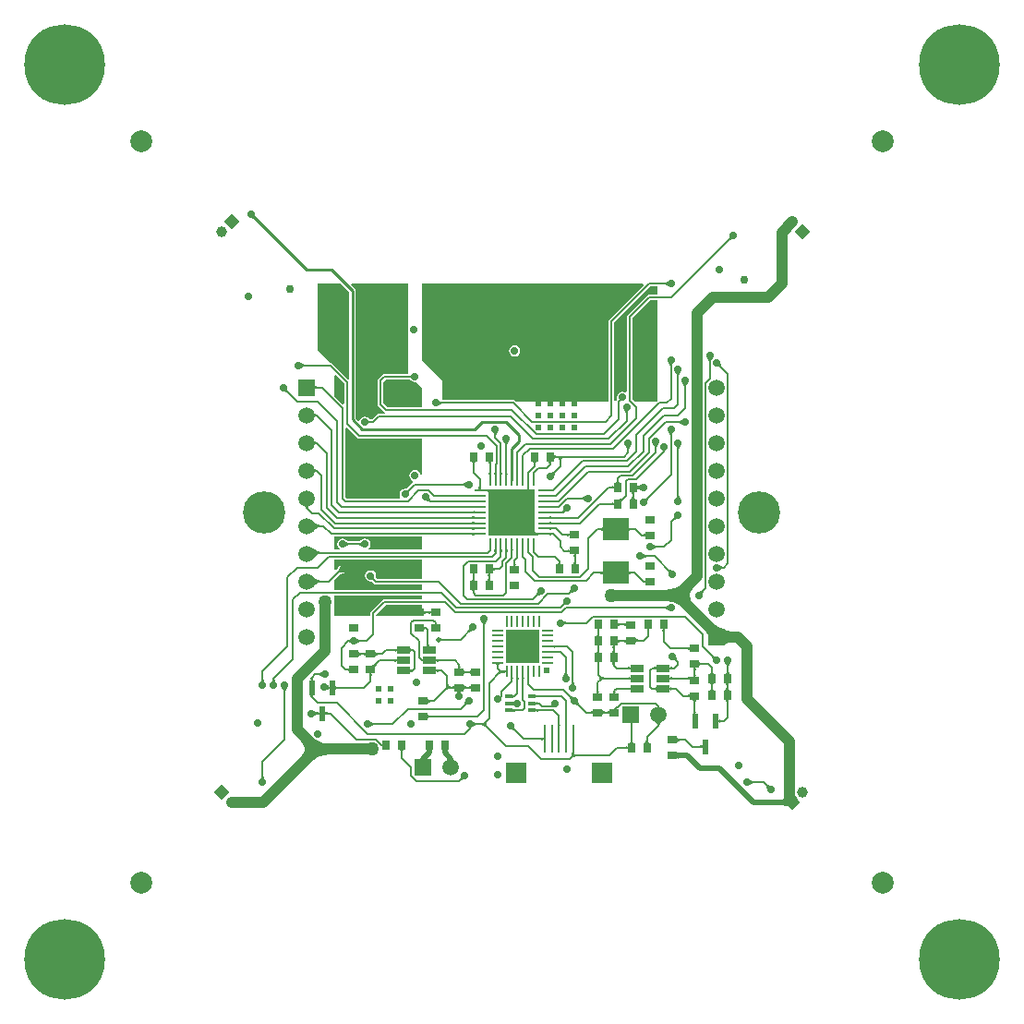
<source format=gbl>
G04*
G04 #@! TF.GenerationSoftware,Altium Limited,Altium Designer,21.6.1 (37)*
G04*
G04 Layer_Physical_Order=4*
G04 Layer_Color=16711680*
%FSLAX24Y24*%
%MOIN*%
G70*
G04*
G04 #@! TF.SameCoordinates,4ED41DF6-4530-4611-BF79-ADCA28F4CC56*
G04*
G04*
G04 #@! TF.FilePolarity,Positive*
G04*
G01*
G75*
%ADD12C,0.0080*%
%ADD14C,0.0100*%
%ADD27R,0.0315X0.0354*%
%ADD28R,0.0354X0.0315*%
%ADD30R,0.0945X0.0787*%
%ADD80C,0.0200*%
%ADD81C,0.0400*%
%ADD82R,0.0591X0.0591*%
%ADD83C,0.0591*%
%ADD84R,0.0591X0.0591*%
%ADD85C,0.0787*%
%ADD86C,0.2913*%
%ADD87C,0.0394*%
%ADD88P,0.0557X4X270.0*%
%ADD89P,0.0557X4X180.0*%
%ADD90C,0.0276*%
%ADD91C,0.0280*%
%ADD92C,0.0240*%
%ADD93C,0.1528*%
%ADD94C,0.0500*%
%ADD95C,0.0300*%
%ADD96C,0.0200*%
%ADD111R,0.0197X0.0197*%
%ADD112R,0.0098X0.0413*%
%ADD113R,0.0413X0.0098*%
%ADD114R,0.1232X0.1232*%
%ADD115O,0.0098X0.0453*%
%ADD116O,0.0453X0.0098*%
%ADD117R,0.1693X0.1693*%
%ADD118R,0.0748X0.0748*%
%ADD119R,0.0098X0.0984*%
%ADD120R,0.0512X0.0276*%
%ADD121R,0.0236X0.0571*%
%ADD122R,0.0315X0.0157*%
G36*
X9235Y29240D02*
X9237Y29228D01*
X9239Y29215D01*
X9242Y29203D01*
X9246Y29191D01*
X9252Y29180D01*
X9258Y29169D01*
X9265Y29159D01*
X9273Y29148D01*
X9282Y29139D01*
X9211Y29068D01*
X9202Y29077D01*
X9191Y29085D01*
X9181Y29092D01*
X9170Y29098D01*
X9159Y29104D01*
X9147Y29108D01*
X9135Y29111D01*
X9122Y29113D01*
X9110Y29115D01*
X9096Y29115D01*
X9235Y29254D01*
X9235Y29240D01*
D02*
G37*
G36*
X26499Y28360D02*
X26483Y28360D01*
X26468Y28359D01*
X26453Y28357D01*
X26440Y28354D01*
X26427Y28350D01*
X26415Y28345D01*
X26403Y28340D01*
X26393Y28333D01*
X26383Y28326D01*
X26374Y28317D01*
X26317Y28374D01*
X26326Y28383D01*
X26333Y28393D01*
X26339Y28403D01*
X26345Y28415D01*
X26350Y28427D01*
X26354Y28440D01*
X26357Y28453D01*
X26359Y28468D01*
X26360Y28483D01*
X26360Y28499D01*
X26499Y28360D01*
D02*
G37*
G36*
X24150Y26652D02*
X24139Y26663D01*
X24127Y26673D01*
X24116Y26682D01*
X24104Y26689D01*
X24092Y26695D01*
X24080Y26701D01*
X24068Y26705D01*
X24056Y26708D01*
X24044Y26709D01*
X24032Y26710D01*
Y26790D01*
X24044Y26791D01*
X24056Y26792D01*
X24068Y26795D01*
X24080Y26799D01*
X24092Y26804D01*
X24104Y26811D01*
X24116Y26818D01*
X24127Y26827D01*
X24139Y26837D01*
X24150Y26848D01*
Y26652D01*
D02*
G37*
G36*
X25737Y24039D02*
X25727Y24027D01*
X25718Y24016D01*
X25711Y24004D01*
X25705Y23992D01*
X25699Y23980D01*
X25695Y23968D01*
X25692Y23956D01*
X25691Y23944D01*
X25690Y23932D01*
X25610D01*
X25609Y23944D01*
X25608Y23956D01*
X25605Y23968D01*
X25601Y23980D01*
X25596Y23992D01*
X25589Y24004D01*
X25582Y24016D01*
X25573Y24027D01*
X25563Y24039D01*
X25552Y24050D01*
X25748D01*
X25737Y24039D01*
D02*
G37*
G36*
X24337Y23889D02*
X24327Y23877D01*
X24318Y23866D01*
X24311Y23854D01*
X24304Y23842D01*
X24299Y23830D01*
X24295Y23818D01*
X24292Y23806D01*
X24291Y23794D01*
X24290Y23782D01*
X24210D01*
X24209Y23794D01*
X24208Y23806D01*
X24205Y23818D01*
X24201Y23830D01*
X24195Y23842D01*
X24189Y23854D01*
X24182Y23866D01*
X24173Y23877D01*
X24163Y23889D01*
X24152Y23900D01*
X24348D01*
X24337Y23889D01*
D02*
G37*
G36*
X26040Y23883D02*
X26041Y23868D01*
X26043Y23853D01*
X26046Y23840D01*
X26050Y23827D01*
X26055Y23815D01*
X26061Y23803D01*
X26067Y23793D01*
X26074Y23783D01*
X26083Y23774D01*
X26026Y23717D01*
X26017Y23726D01*
X26007Y23733D01*
X25997Y23740D01*
X25985Y23745D01*
X25973Y23750D01*
X25960Y23754D01*
X25947Y23757D01*
X25932Y23759D01*
X25917Y23760D01*
X25901Y23760D01*
X26040Y23899D01*
X26040Y23883D01*
D02*
G37*
G36*
X10911Y23887D02*
X10923Y23877D01*
X10934Y23868D01*
X10946Y23861D01*
X10958Y23854D01*
X10970Y23849D01*
X10982Y23845D01*
X10994Y23842D01*
X11006Y23841D01*
X11018Y23840D01*
Y23760D01*
X11006Y23759D01*
X10994Y23758D01*
X10982Y23755D01*
X10970Y23751D01*
X10958Y23746D01*
X10946Y23739D01*
X10934Y23732D01*
X10923Y23723D01*
X10911Y23713D01*
X10900Y23702D01*
Y23898D01*
X10911Y23887D01*
D02*
G37*
G36*
X24587Y23539D02*
X24577Y23527D01*
X24568Y23516D01*
X24561Y23504D01*
X24555Y23492D01*
X24549Y23480D01*
X24545Y23468D01*
X24542Y23456D01*
X24541Y23444D01*
X24540Y23432D01*
X24460D01*
X24459Y23444D01*
X24458Y23456D01*
X24455Y23468D01*
X24451Y23480D01*
X24446Y23492D01*
X24439Y23504D01*
X24432Y23516D01*
X24423Y23527D01*
X24413Y23539D01*
X24402Y23550D01*
X24598D01*
X24587Y23539D01*
D02*
G37*
G36*
X12638Y26454D02*
Y23327D01*
X12588Y23306D01*
X12022Y23872D01*
X11989Y23894D01*
X11950Y23902D01*
X11948D01*
X11500Y24350D01*
Y26750D01*
X12341D01*
X12638Y26454D01*
D02*
G37*
G36*
X24837Y23139D02*
X24827Y23127D01*
X24818Y23116D01*
X24811Y23104D01*
X24804Y23092D01*
X24799Y23080D01*
X24795Y23068D01*
X24792Y23056D01*
X24791Y23044D01*
X24790Y23032D01*
X24710D01*
X24709Y23044D01*
X24708Y23056D01*
X24705Y23068D01*
X24701Y23080D01*
X24695Y23092D01*
X24689Y23104D01*
X24682Y23116D01*
X24673Y23127D01*
X24663Y23139D01*
X24652Y23150D01*
X24848D01*
X24837Y23139D01*
D02*
G37*
G36*
X11394Y23072D02*
X11396Y23066D01*
X11400Y23060D01*
X11406Y23054D01*
X11413Y23050D01*
X11422Y23046D01*
X11433Y23044D01*
X11445Y23042D01*
X11459Y23040D01*
X11474Y23040D01*
Y22960D01*
X11459Y22960D01*
X11445Y22958D01*
X11433Y22956D01*
X11422Y22954D01*
X11413Y22950D01*
X11406Y22946D01*
X11400Y22940D01*
X11396Y22934D01*
X11394Y22928D01*
X11393Y22920D01*
Y23080D01*
X11394Y23072D01*
D02*
G37*
G36*
X23750Y26352D02*
X23450D01*
X23411Y26344D01*
X23378Y26322D01*
X22678Y25622D01*
X22656Y25589D01*
X22648Y25550D01*
Y22852D01*
X22598Y22825D01*
X22578Y22838D01*
X22500Y22854D01*
X22422Y22838D01*
X22356Y22794D01*
X22312Y22728D01*
X22296Y22650D01*
X22306Y22600D01*
X22278Y22572D01*
X22256Y22539D01*
X22252Y22520D01*
X22202Y22525D01*
Y25358D01*
X23492Y26648D01*
X23750D01*
Y26352D01*
D02*
G37*
G36*
X10390Y22983D02*
X10391Y22968D01*
X10393Y22953D01*
X10396Y22940D01*
X10400Y22927D01*
X10405Y22915D01*
X10411Y22903D01*
X10417Y22893D01*
X10424Y22883D01*
X10433Y22874D01*
X10376Y22817D01*
X10367Y22826D01*
X10357Y22833D01*
X10347Y22840D01*
X10335Y22845D01*
X10323Y22850D01*
X10310Y22854D01*
X10297Y22857D01*
X10282Y22859D01*
X10267Y22860D01*
X10251Y22860D01*
X10390Y22999D01*
X10390Y22983D01*
D02*
G37*
G36*
X23750Y22523D02*
X23748Y22522D01*
X23726Y22500D01*
X22934D01*
X22852Y22582D01*
Y25508D01*
X23492Y26148D01*
X23750D01*
Y22523D01*
D02*
G37*
G36*
X23260Y26704D02*
X22028Y25472D01*
X22006Y25439D01*
X21998Y25400D01*
Y22500D01*
X18644D01*
X18622Y22522D01*
X18589Y22544D01*
X18550Y22552D01*
X16000D01*
Y23250D01*
X15250Y24000D01*
Y26750D01*
X23240D01*
X23260Y26704D01*
D02*
G37*
G36*
X12448Y23158D02*
Y22411D01*
X12402Y22392D01*
X12100Y22694D01*
Y23440D01*
X12146Y23460D01*
X12448Y23158D01*
D02*
G37*
G36*
X15861Y22537D02*
X15873Y22527D01*
X15884Y22518D01*
X15896Y22511D01*
X15908Y22504D01*
X15920Y22499D01*
X15932Y22495D01*
X15944Y22492D01*
X15956Y22491D01*
X15968Y22490D01*
Y22410D01*
X15956Y22409D01*
X15944Y22408D01*
X15932Y22405D01*
X15920Y22401D01*
X15908Y22396D01*
X15896Y22389D01*
X15884Y22382D01*
X15873Y22373D01*
X15861Y22363D01*
X15850Y22352D01*
Y22548D01*
X15861Y22537D01*
D02*
G37*
G36*
X14856Y23256D02*
X14922Y23212D01*
X15000Y23196D01*
X15045Y23205D01*
X15250Y23000D01*
Y22302D01*
X13992D01*
X13852Y22442D01*
Y23208D01*
X13942Y23298D01*
X14828D01*
X14856Y23256D01*
D02*
G37*
G36*
X22737Y22189D02*
X22727Y22177D01*
X22718Y22166D01*
X22711Y22154D01*
X22705Y22142D01*
X22699Y22130D01*
X22695Y22118D01*
X22692Y22106D01*
X22691Y22094D01*
X22690Y22082D01*
X22610D01*
X22609Y22094D01*
X22608Y22106D01*
X22605Y22118D01*
X22601Y22130D01*
X22596Y22142D01*
X22589Y22154D01*
X22582Y22166D01*
X22573Y22177D01*
X22563Y22189D01*
X22552Y22200D01*
X22748D01*
X22737Y22189D01*
D02*
G37*
G36*
X11390Y22059D02*
X11392Y22055D01*
X11396Y22052D01*
X11401Y22049D01*
X11406Y22046D01*
X11413Y22044D01*
X11421Y22042D01*
X11429Y22041D01*
X11439Y22040D01*
X11450Y22040D01*
Y21960D01*
X11439Y21960D01*
X11421Y21958D01*
X11413Y21956D01*
X11406Y21954D01*
X11401Y21951D01*
X11396Y21948D01*
X11392Y21945D01*
X11390Y21941D01*
X11388Y21936D01*
Y22064D01*
X11390Y22059D01*
D02*
G37*
G36*
X14750Y25120D02*
X14746Y25100D01*
X14750Y25080D01*
Y23502D01*
X13900D01*
X13861Y23494D01*
X13828Y23472D01*
X13678Y23322D01*
X13656Y23289D01*
X13648Y23250D01*
Y22400D01*
X13656Y22361D01*
X13678Y22328D01*
X13878Y22128D01*
X13911Y22106D01*
X13930Y22102D01*
X13925Y22052D01*
X13700D01*
X13661Y22044D01*
X13628Y22022D01*
X13458Y21852D01*
X13372D01*
X13344Y21894D01*
X13278Y21938D01*
X13200Y21954D01*
X13122Y21938D01*
X13056Y21894D01*
X13012Y21828D01*
X13008Y21809D01*
X12960Y21795D01*
X12862Y21893D01*
Y26500D01*
X12854Y26543D01*
X12829Y26579D01*
X12829Y26579D01*
X12705Y26704D01*
X12724Y26750D01*
X14750D01*
Y25120D01*
D02*
G37*
G36*
X24650Y21652D02*
X24639Y21663D01*
X24627Y21673D01*
X24616Y21682D01*
X24604Y21689D01*
X24592Y21695D01*
X24580Y21701D01*
X24568Y21705D01*
X24556Y21708D01*
X24544Y21709D01*
X24532Y21710D01*
Y21790D01*
X24544Y21791D01*
X24556Y21792D01*
X24568Y21795D01*
X24580Y21799D01*
X24592Y21804D01*
X24604Y21811D01*
X24616Y21818D01*
X24627Y21827D01*
X24639Y21837D01*
X24650Y21848D01*
Y21652D01*
D02*
G37*
G36*
X24337Y21389D02*
X24327Y21377D01*
X24318Y21366D01*
X24311Y21354D01*
X24304Y21342D01*
X24299Y21330D01*
X24295Y21318D01*
X24292Y21306D01*
X24291Y21294D01*
X24290Y21282D01*
X24210D01*
X24209Y21294D01*
X24208Y21306D01*
X24205Y21318D01*
X24201Y21330D01*
X24195Y21342D01*
X24189Y21354D01*
X24182Y21366D01*
X24173Y21377D01*
X24163Y21389D01*
X24152Y21400D01*
X24348D01*
X24337Y21389D01*
D02*
G37*
G36*
X17987D02*
X17977Y21377D01*
X17968Y21366D01*
X17961Y21354D01*
X17954Y21342D01*
X17949Y21330D01*
X17945Y21318D01*
X17942Y21306D01*
X17941Y21294D01*
X17940Y21282D01*
X17860D01*
X17859Y21294D01*
X17858Y21306D01*
X17855Y21318D01*
X17851Y21330D01*
X17845Y21342D01*
X17839Y21354D01*
X17832Y21366D01*
X17823Y21377D01*
X17813Y21389D01*
X17802Y21400D01*
X17998D01*
X17987Y21389D01*
D02*
G37*
G36*
X11390Y21059D02*
X11392Y21055D01*
X11396Y21052D01*
X11401Y21049D01*
X11406Y21046D01*
X11413Y21044D01*
X11421Y21042D01*
X11429Y21041D01*
X11439Y21040D01*
X11450Y21040D01*
Y20960D01*
X11439Y20960D01*
X11421Y20958D01*
X11413Y20956D01*
X11406Y20954D01*
X11401Y20951D01*
X11396Y20948D01*
X11392Y20945D01*
X11390Y20941D01*
X11388Y20936D01*
Y21064D01*
X11390Y21059D01*
D02*
G37*
G36*
X18387Y21039D02*
X18377Y21027D01*
X18368Y21016D01*
X18361Y21004D01*
X18355Y20992D01*
X18349Y20980D01*
X18345Y20968D01*
X18342Y20956D01*
X18341Y20944D01*
X18340Y20932D01*
X18260D01*
X18259Y20944D01*
X18258Y20956D01*
X18255Y20968D01*
X18251Y20980D01*
X18246Y20992D01*
X18239Y21004D01*
X18232Y21016D01*
X18223Y21027D01*
X18213Y21039D01*
X18202Y21050D01*
X18398D01*
X18387Y21039D01*
D02*
G37*
G36*
X23787Y20939D02*
X23777Y20927D01*
X23768Y20916D01*
X23761Y20904D01*
X23754Y20892D01*
X23749Y20880D01*
X23745Y20868D01*
X23742Y20856D01*
X23741Y20844D01*
X23740Y20832D01*
X23660D01*
X23659Y20844D01*
X23658Y20856D01*
X23655Y20868D01*
X23651Y20880D01*
X23646Y20892D01*
X23639Y20904D01*
X23632Y20916D01*
X23623Y20927D01*
X23613Y20939D01*
X23602Y20950D01*
X23798D01*
X23787Y20939D01*
D02*
G37*
G36*
X24587Y20889D02*
X24577Y20877D01*
X24568Y20866D01*
X24561Y20854D01*
X24555Y20842D01*
X24549Y20830D01*
X24545Y20818D01*
X24542Y20806D01*
X24541Y20794D01*
X24540Y20782D01*
X24460D01*
X24459Y20794D01*
X24458Y20806D01*
X24455Y20818D01*
X24451Y20830D01*
X24446Y20842D01*
X24439Y20854D01*
X24432Y20866D01*
X24423Y20877D01*
X24413Y20889D01*
X24402Y20900D01*
X24598D01*
X24587Y20889D01*
D02*
G37*
G36*
X22787Y20879D02*
X22777Y20867D01*
X22768Y20856D01*
X22761Y20844D01*
X22754Y20832D01*
X22749Y20820D01*
X22745Y20808D01*
X22742Y20796D01*
X22741Y20784D01*
X22740Y20772D01*
X22660D01*
X22659Y20784D01*
X22658Y20796D01*
X22655Y20808D01*
X22651Y20820D01*
X22645Y20832D01*
X22639Y20844D01*
X22632Y20856D01*
X22623Y20867D01*
X22613Y20879D01*
X22602Y20890D01*
X22798D01*
X22787Y20879D01*
D02*
G37*
G36*
X20033Y20572D02*
X20035Y20566D01*
X20039Y20560D01*
X20045Y20554D01*
X20052Y20550D01*
X20061Y20546D01*
X20071Y20544D01*
X20083Y20542D01*
X20097Y20540D01*
X20112Y20540D01*
Y20460D01*
X20097Y20460D01*
X20083Y20458D01*
X20071Y20456D01*
X20061Y20454D01*
X20052Y20450D01*
X20045Y20446D01*
X20039Y20440D01*
X20035Y20434D01*
X20033Y20428D01*
X20032Y20420D01*
Y20580D01*
X20033Y20572D01*
D02*
G37*
G36*
X20370Y20460D02*
X20355Y20459D01*
X20341Y20457D01*
X20329Y20453D01*
X20319Y20447D01*
X20310Y20440D01*
X20303Y20431D01*
X20297Y20421D01*
X20293Y20409D01*
X20291Y20395D01*
X20290Y20380D01*
X20210D01*
X20209Y20395D01*
X20207Y20409D01*
X20203Y20421D01*
X20197Y20431D01*
X20190Y20440D01*
X20181Y20447D01*
X20171Y20453D01*
X20159Y20457D01*
X20145Y20459D01*
X20130Y20460D01*
X20250Y20540D01*
X20370Y20460D01*
D02*
G37*
G36*
X19948Y20324D02*
X19941Y20322D01*
X19935Y20318D01*
X19930Y20312D01*
X19926Y20305D01*
X19922Y20296D01*
X19919Y20285D01*
X19917Y20273D01*
X19916Y20259D01*
X19916Y20244D01*
X19836D01*
X19835Y20259D01*
X19834Y20273D01*
X19832Y20285D01*
X19829Y20296D01*
X19826Y20305D01*
X19821Y20312D01*
X19816Y20318D01*
X19810Y20322D01*
X19803Y20324D01*
X19796Y20325D01*
X19956D01*
X19948Y20324D01*
D02*
G37*
G36*
X19397D02*
X19390Y20322D01*
X19384Y20318D01*
X19379Y20312D01*
X19374Y20305D01*
X19371Y20296D01*
X19368Y20285D01*
X19366Y20273D01*
X19365Y20259D01*
X19364Y20244D01*
X19284D01*
X19284Y20259D01*
X19283Y20273D01*
X19281Y20285D01*
X19278Y20296D01*
X19274Y20305D01*
X19270Y20312D01*
X19265Y20318D01*
X19259Y20322D01*
X19252Y20324D01*
X19244Y20325D01*
X19404D01*
X19397Y20324D01*
D02*
G37*
G36*
X17799Y20395D02*
X17781Y20366D01*
X17773Y20351D01*
X17767Y20338D01*
X17762Y20325D01*
X17793D01*
X17785Y20324D01*
X17778Y20322D01*
X17772Y20318D01*
X17767Y20312D01*
X17763Y20305D01*
X17759Y20296D01*
X17756Y20285D01*
X17754Y20273D01*
X17753Y20259D01*
X17753Y20244D01*
X17673D01*
X17672Y20259D01*
X17671Y20273D01*
X17669Y20285D01*
X17666Y20296D01*
X17663Y20305D01*
X17658Y20312D01*
X17653Y20318D01*
X17647Y20322D01*
X17640Y20324D01*
X17633Y20325D01*
X17654D01*
X17647Y20335D01*
X17638Y20346D01*
X17628Y20357D01*
X17616Y20368D01*
X17602Y20378D01*
X17810Y20410D01*
X17799Y20395D01*
D02*
G37*
G36*
X17197Y20324D02*
X17190Y20322D01*
X17184Y20318D01*
X17179Y20312D01*
X17174Y20305D01*
X17171Y20296D01*
X17168Y20285D01*
X17166Y20273D01*
X17165Y20259D01*
X17164Y20244D01*
X17084D01*
X17084Y20259D01*
X17083Y20273D01*
X17081Y20285D01*
X17078Y20296D01*
X17074Y20305D01*
X17070Y20312D01*
X17065Y20318D01*
X17059Y20322D01*
X17052Y20324D01*
X17044Y20325D01*
X17204D01*
X17197Y20324D01*
D02*
G37*
G36*
X11390Y20059D02*
X11392Y20055D01*
X11396Y20052D01*
X11401Y20049D01*
X11406Y20046D01*
X11413Y20044D01*
X11421Y20042D01*
X11429Y20041D01*
X11439Y20040D01*
X11450Y20040D01*
Y19960D01*
X11439Y19960D01*
X11421Y19958D01*
X11413Y19956D01*
X11406Y19954D01*
X11401Y19951D01*
X11396Y19948D01*
X11392Y19945D01*
X11390Y19941D01*
X11388Y19936D01*
Y20064D01*
X11390Y20059D01*
D02*
G37*
G36*
X19327Y19920D02*
X19332Y19850D01*
X19333Y19847D01*
X19242D01*
X19243Y19850D01*
X19244Y19853D01*
X19245Y19859D01*
X19246Y19873D01*
X19247Y19920D01*
X19247Y19935D01*
X19327D01*
X19327Y19920D01*
D02*
G37*
G36*
X19131D02*
X19135Y19850D01*
X19136Y19847D01*
X19045D01*
X19046Y19850D01*
X19047Y19853D01*
X19048Y19859D01*
X19049Y19873D01*
X19051Y19920D01*
X19051Y19935D01*
X19131D01*
X19131Y19920D01*
D02*
G37*
G36*
X18934D02*
X18938Y19850D01*
X18939Y19847D01*
X18848D01*
X18849Y19850D01*
X18850Y19853D01*
X18851Y19859D01*
X18852Y19873D01*
X18854Y19920D01*
X18854Y19935D01*
X18934D01*
X18934Y19920D01*
D02*
G37*
G36*
X18737D02*
X18741Y19850D01*
X18742Y19847D01*
X18652D01*
X18653Y19850D01*
X18654Y19853D01*
X18654Y19859D01*
X18656Y19873D01*
X18657Y19920D01*
X18657Y19935D01*
X18737D01*
X18737Y19920D01*
D02*
G37*
G36*
X18340Y19925D02*
X18344Y19861D01*
X18345Y19855D01*
X18347Y19851D01*
X18348Y19847D01*
X18258D01*
X18258Y19849D01*
X18259Y19852D01*
X18259Y19862D01*
X18260Y19931D01*
X18340Y19940D01*
X18340Y19925D01*
D02*
G37*
G36*
X18146Y19920D02*
X18151Y19850D01*
X18152Y19847D01*
X18061D01*
X18062Y19850D01*
X18063Y19853D01*
X18064Y19859D01*
X18065Y19873D01*
X18066Y19920D01*
X18066Y19935D01*
X18146D01*
X18146Y19920D01*
D02*
G37*
G36*
X17950D02*
X17954Y19850D01*
X17955Y19847D01*
X17864D01*
X17865Y19850D01*
X17866Y19853D01*
X17867Y19859D01*
X17868Y19873D01*
X17869Y19920D01*
X17869Y19935D01*
X17949D01*
X17950Y19920D01*
D02*
G37*
G36*
X17753D02*
X17757Y19850D01*
X17758Y19847D01*
X17667D01*
X17668Y19850D01*
X17669Y19853D01*
X17670Y19859D01*
X17671Y19873D01*
X17673Y19920D01*
X17673Y19935D01*
X17753D01*
X17753Y19920D01*
D02*
G37*
G36*
X12928Y21178D02*
X12961Y21156D01*
X13000Y21148D01*
X15250D01*
Y19849D01*
X15200Y19844D01*
X15188Y19902D01*
X15144Y19969D01*
X15078Y20013D01*
X15000Y20028D01*
X14922Y20013D01*
X14856Y19969D01*
X14812Y19902D01*
X14796Y19824D01*
X14812Y19746D01*
X14856Y19680D01*
X14922Y19636D01*
X14931Y19634D01*
X14941Y19581D01*
X14928Y19572D01*
X14700Y19344D01*
X14650Y19354D01*
X14572Y19338D01*
X14506Y19294D01*
X14462Y19228D01*
X14446Y19150D01*
X14462Y19072D01*
X14475Y19052D01*
X14448Y19002D01*
X12542D01*
X12502Y19042D01*
Y21539D01*
X12548Y21558D01*
X12928Y21178D01*
D02*
G37*
G36*
X20083Y19926D02*
X20074Y19917D01*
X20067Y19907D01*
X20061Y19897D01*
X20055Y19885D01*
X20050Y19873D01*
X20046Y19860D01*
X20043Y19847D01*
X20041Y19832D01*
X20040Y19817D01*
X20040Y19801D01*
X19901Y19940D01*
X19917Y19940D01*
X19932Y19941D01*
X19947Y19943D01*
X19960Y19946D01*
X19973Y19950D01*
X19985Y19955D01*
X19997Y19961D01*
X20007Y19967D01*
X20017Y19974D01*
X20026Y19983D01*
X20083Y19926D01*
D02*
G37*
G36*
X22365Y19641D02*
X22366Y19627D01*
X22368Y19615D01*
X22371Y19604D01*
X22374Y19595D01*
X22379Y19588D01*
X22384Y19582D01*
X22390Y19578D01*
X22397Y19576D01*
X22404Y19575D01*
X22244D01*
X22252Y19576D01*
X22259Y19578D01*
X22265Y19582D01*
X22270Y19588D01*
X22274Y19595D01*
X22278Y19604D01*
X22281Y19615D01*
X22283Y19627D01*
X22284Y19641D01*
X22284Y19656D01*
X22364D01*
X22365Y19641D01*
D02*
G37*
G36*
X23150Y19302D02*
X23139Y19313D01*
X23127Y19323D01*
X23115Y19332D01*
X23104Y19339D01*
X23092Y19346D01*
X23080Y19351D01*
X23068Y19355D01*
X23067Y19355D01*
X23061Y19354D01*
X23052Y19350D01*
X23045Y19346D01*
X23039Y19340D01*
X23035Y19334D01*
X23033Y19328D01*
X23032Y19320D01*
Y19360D01*
X23032Y19360D01*
Y19440D01*
X23032Y19440D01*
Y19480D01*
X23033Y19472D01*
X23035Y19466D01*
X23039Y19460D01*
X23045Y19454D01*
X23052Y19450D01*
X23061Y19446D01*
X23067Y19445D01*
X23068Y19445D01*
X23080Y19449D01*
X23092Y19454D01*
X23104Y19461D01*
X23115Y19468D01*
X23127Y19477D01*
X23139Y19487D01*
X23150Y19498D01*
Y19302D01*
D02*
G37*
G36*
X16850Y19402D02*
X16839Y19413D01*
X16827Y19423D01*
X16816Y19432D01*
X16804Y19439D01*
X16792Y19446D01*
X16780Y19451D01*
X16768Y19455D01*
X16756Y19458D01*
X16744Y19459D01*
X16732Y19460D01*
Y19540D01*
X16744Y19541D01*
X16756Y19542D01*
X16768Y19545D01*
X16780Y19549D01*
X16792Y19555D01*
X16804Y19561D01*
X16816Y19568D01*
X16827Y19577D01*
X16839Y19587D01*
X16850Y19598D01*
Y19402D01*
D02*
G37*
G36*
X19135Y19453D02*
X19134Y19450D01*
X19133Y19444D01*
X19132Y19430D01*
X19131Y19407D01*
X19132Y19396D01*
X19134Y19384D01*
X19137Y19373D01*
X19141Y19364D01*
X19145Y19357D01*
X19150Y19351D01*
X19156Y19347D01*
X19163Y19345D01*
X19171Y19344D01*
X19011D01*
X19018Y19345D01*
X19025Y19347D01*
X19031Y19351D01*
X19036Y19357D01*
X19041Y19364D01*
X19044Y19373D01*
X19047Y19384D01*
X19049Y19396D01*
X19049Y19401D01*
X19046Y19453D01*
X19045Y19456D01*
X19136D01*
X19135Y19453D01*
D02*
G37*
G36*
X17389Y19401D02*
X17390Y19387D01*
X17392Y19375D01*
X17395Y19364D01*
X17398Y19355D01*
X17403Y19348D01*
X17408Y19342D01*
X17414Y19338D01*
X17421Y19336D01*
X17428Y19335D01*
X17268D01*
X17276Y19336D01*
X17283Y19338D01*
X17289Y19342D01*
X17294Y19348D01*
X17298Y19355D01*
X17302Y19364D01*
X17305Y19375D01*
X17307Y19387D01*
X17308Y19401D01*
X17308Y19416D01*
X17388D01*
X17389Y19401D01*
D02*
G37*
G36*
X17655Y19327D02*
X17768Y19326D01*
X17672Y19202D01*
X17670Y19210D01*
X17668Y19218D01*
X17664Y19225D01*
X17660Y19231D01*
X17656Y19234D01*
X17656Y19207D01*
X17655Y19215D01*
X17653Y19222D01*
X17648Y19228D01*
X17643Y19233D01*
X17635Y19237D01*
X17627Y19241D01*
X17616Y19244D01*
X17604Y19246D01*
X17599Y19246D01*
X17547Y19243D01*
X17544Y19242D01*
Y19333D01*
X17547Y19332D01*
X17550Y19331D01*
X17556Y19330D01*
X17570Y19329D01*
X17596Y19328D01*
X17626Y19330D01*
X17635Y19332D01*
X17642Y19334D01*
X17648Y19336D01*
X17652Y19339D01*
X17654Y19342D01*
X17655Y19345D01*
X17655Y19327D01*
D02*
G37*
G36*
X22169Y19320D02*
X22169Y19328D01*
X22166Y19334D01*
X22162Y19340D01*
X22156Y19346D01*
X22149Y19350D01*
X22140Y19354D01*
X22130Y19356D01*
X22117Y19358D01*
X22104Y19360D01*
X22088Y19360D01*
Y19440D01*
X22104Y19440D01*
X22117Y19442D01*
X22130Y19444D01*
X22140Y19446D01*
X22149Y19450D01*
X22156Y19454D01*
X22162Y19460D01*
X22166Y19466D01*
X22169Y19472D01*
X22169Y19480D01*
Y19320D01*
D02*
G37*
G36*
X19850Y19332D02*
X19853Y19331D01*
X19859Y19330D01*
X19873Y19329D01*
X19920Y19327D01*
X19935Y19327D01*
Y19247D01*
X19920Y19247D01*
X19850Y19243D01*
X19847Y19242D01*
Y19333D01*
X19850Y19332D01*
D02*
G37*
G36*
X22948Y19224D02*
X22941Y19222D01*
X22935Y19218D01*
X22930Y19212D01*
X22926Y19205D01*
X22922Y19196D01*
X22919Y19185D01*
X22917Y19173D01*
X22916Y19159D01*
X22916Y19144D01*
X22836D01*
X22835Y19159D01*
X22834Y19173D01*
X22832Y19185D01*
X22829Y19196D01*
X22826Y19205D01*
X22821Y19212D01*
X22816Y19218D01*
X22810Y19222D01*
X22803Y19224D01*
X22796Y19225D01*
X22956D01*
X22948Y19224D01*
D02*
G37*
G36*
X19850Y19135D02*
X19853Y19134D01*
X19859Y19133D01*
X19873Y19132D01*
X19920Y19131D01*
X19935Y19131D01*
Y19051D01*
X19920Y19051D01*
X19850Y19046D01*
X19847Y19045D01*
Y19136D01*
X19850Y19135D01*
D02*
G37*
G36*
X17153Y19045D02*
X17150Y19046D01*
X17147Y19047D01*
X17141Y19048D01*
X17127Y19049D01*
X17080Y19051D01*
X17065Y19051D01*
Y19131D01*
X17080Y19131D01*
X17150Y19135D01*
X17153Y19136D01*
Y19045D01*
D02*
G37*
G36*
X24541Y19096D02*
X24542Y19084D01*
X24545Y19072D01*
X24549Y19060D01*
X24555Y19048D01*
X24561Y19036D01*
X24568Y19024D01*
X24577Y19013D01*
X24587Y19001D01*
X24598Y18990D01*
X24402D01*
X24413Y19001D01*
X24423Y19013D01*
X24432Y19024D01*
X24439Y19036D01*
X24446Y19048D01*
X24451Y19060D01*
X24455Y19072D01*
X24458Y19084D01*
X24459Y19096D01*
X24460Y19108D01*
X24540D01*
X24541Y19096D01*
D02*
G37*
G36*
X22916Y19041D02*
X22917Y19027D01*
X22919Y19015D01*
X22922Y19004D01*
X22926Y18995D01*
X22930Y18988D01*
X22935Y18982D01*
X22941Y18978D01*
X22948Y18976D01*
X22956Y18975D01*
X22796D01*
X22803Y18976D01*
X22810Y18978D01*
X22816Y18982D01*
X22821Y18988D01*
X22826Y18995D01*
X22829Y19004D01*
X22832Y19015D01*
X22834Y19027D01*
X22835Y19041D01*
X22836Y19056D01*
X22916D01*
X22916Y19041D01*
D02*
G37*
G36*
X22537Y18956D02*
X22522Y18941D01*
X22499Y18913D01*
X22490Y18900D01*
X22483Y18888D01*
X22479Y18877D01*
X22476Y18867D01*
X22475Y18858D01*
X22477Y18850D01*
X22481Y18843D01*
X22387Y18976D01*
X22393Y18971D01*
X22399Y18968D01*
X22407Y18967D01*
X22417Y18969D01*
X22427Y18974D01*
X22439Y18980D01*
X22452Y18990D01*
X22467Y19002D01*
X22500Y19033D01*
X22537Y18956D01*
D02*
G37*
G36*
X21150Y18902D02*
X21139Y18913D01*
X21127Y18923D01*
X21116Y18932D01*
X21104Y18939D01*
X21092Y18945D01*
X21080Y18951D01*
X21068Y18955D01*
X21056Y18958D01*
X21044Y18959D01*
X21032Y18960D01*
Y19040D01*
X21044Y19041D01*
X21056Y19042D01*
X21068Y19045D01*
X21080Y19049D01*
X21092Y19054D01*
X21104Y19061D01*
X21116Y19068D01*
X21127Y19077D01*
X21139Y19087D01*
X21150Y19098D01*
Y18902D01*
D02*
G37*
G36*
X15540Y19029D02*
X15541Y19015D01*
X15542Y19002D01*
X15545Y18989D01*
X15549Y18977D01*
X15554Y18965D01*
X15559Y18954D01*
X15566Y18944D01*
X15574Y18933D01*
X15583Y18924D01*
X15526Y18867D01*
X15517Y18876D01*
X15506Y18884D01*
X15496Y18891D01*
X15485Y18896D01*
X15473Y18901D01*
X15461Y18905D01*
X15448Y18908D01*
X15435Y18909D01*
X15421Y18910D01*
X15406Y18910D01*
X15540Y19044D01*
X15540Y19029D01*
D02*
G37*
G36*
X23433Y18976D02*
X23424Y18967D01*
X23417Y18957D01*
X23410Y18947D01*
X23405Y18935D01*
X23400Y18923D01*
X23396Y18910D01*
X23393Y18897D01*
X23391Y18882D01*
X23390Y18867D01*
X23390Y18851D01*
X23251Y18990D01*
X23267Y18990D01*
X23282Y18991D01*
X23297Y18993D01*
X23310Y18996D01*
X23323Y19000D01*
X23335Y19005D01*
X23347Y19011D01*
X23357Y19017D01*
X23367Y19024D01*
X23376Y19033D01*
X23433Y18976D01*
D02*
G37*
G36*
X19850Y18938D02*
X19853Y18937D01*
X19859Y18936D01*
X19873Y18935D01*
X19920Y18934D01*
X19935Y18934D01*
Y18854D01*
X19920Y18854D01*
X19850Y18849D01*
X19847Y18848D01*
Y18939D01*
X19850Y18938D01*
D02*
G37*
G36*
X17153Y18848D02*
X17150Y18849D01*
X17147Y18850D01*
X17141Y18851D01*
X17127Y18852D01*
X17080Y18854D01*
X17065Y18854D01*
Y18934D01*
X17080Y18934D01*
X17150Y18938D01*
X17153Y18939D01*
Y18848D01*
D02*
G37*
G36*
X22169Y18720D02*
X22169Y18728D01*
X22166Y18734D01*
X22162Y18740D01*
X22156Y18746D01*
X22149Y18750D01*
X22140Y18754D01*
X22130Y18756D01*
X22117Y18758D01*
X22104Y18760D01*
X22088Y18760D01*
Y18840D01*
X22104Y18840D01*
X22117Y18842D01*
X22130Y18844D01*
X22140Y18846D01*
X22149Y18850D01*
X22156Y18854D01*
X22162Y18860D01*
X22166Y18866D01*
X22169Y18872D01*
X22169Y18880D01*
Y18720D01*
D02*
G37*
G36*
X19850Y18741D02*
X19853Y18740D01*
X19859Y18739D01*
X19873Y18738D01*
X19920Y18737D01*
X19935Y18737D01*
Y18657D01*
X19920Y18657D01*
X19850Y18653D01*
X19847Y18652D01*
Y18742D01*
X19850Y18741D01*
D02*
G37*
G36*
X17153Y18652D02*
X17150Y18653D01*
X17147Y18654D01*
X17141Y18654D01*
X17127Y18656D01*
X17080Y18657D01*
X17065Y18657D01*
Y18737D01*
X17080Y18737D01*
X17150Y18741D01*
X17153Y18742D01*
Y18652D01*
D02*
G37*
G36*
X11159Y18710D02*
X11155Y18708D01*
X11152Y18704D01*
X11149Y18699D01*
X11146Y18694D01*
X11144Y18687D01*
X11142Y18679D01*
X11141Y18671D01*
X11140Y18661D01*
X11140Y18650D01*
X11060D01*
X11060Y18661D01*
X11058Y18679D01*
X11056Y18687D01*
X11054Y18694D01*
X11051Y18699D01*
X11048Y18704D01*
X11045Y18708D01*
X11041Y18710D01*
X11036Y18712D01*
X11164D01*
X11159Y18710D01*
D02*
G37*
G36*
X20480Y18511D02*
X20470Y18512D01*
X20459Y18512D01*
X20448Y18511D01*
X20438Y18509D01*
X20428Y18505D01*
X20417Y18501D01*
X20407Y18495D01*
X20398Y18488D01*
X20388Y18481D01*
X20378Y18472D01*
X20322Y18528D01*
X20331Y18538D01*
X20338Y18548D01*
X20345Y18557D01*
X20351Y18567D01*
X20355Y18578D01*
X20359Y18588D01*
X20361Y18598D01*
X20362Y18609D01*
X20362Y18620D01*
X20361Y18630D01*
X20480Y18511D01*
D02*
G37*
G36*
X19850Y18544D02*
X19853Y18543D01*
X19859Y18543D01*
X19873Y18541D01*
X19920Y18540D01*
X19935Y18540D01*
Y18460D01*
X19920Y18460D01*
X19850Y18456D01*
X19847Y18455D01*
Y18545D01*
X19850Y18544D01*
D02*
G37*
G36*
X17153Y18455D02*
X17150Y18456D01*
X17147Y18457D01*
X17141Y18457D01*
X17127Y18459D01*
X17080Y18460D01*
X17065Y18460D01*
Y18540D01*
X17080Y18540D01*
X17150Y18544D01*
X17153Y18545D01*
Y18455D01*
D02*
G37*
G36*
X19850Y18347D02*
X19853Y18346D01*
X19859Y18346D01*
X19873Y18344D01*
X19920Y18343D01*
X19935Y18343D01*
Y18263D01*
X19920Y18263D01*
X19850Y18259D01*
X19847Y18258D01*
Y18348D01*
X19850Y18347D01*
D02*
G37*
G36*
X17153Y18258D02*
X17150Y18259D01*
X17147Y18260D01*
X17141Y18261D01*
X17127Y18262D01*
X17080Y18263D01*
X17065Y18263D01*
Y18343D01*
X17080Y18343D01*
X17150Y18347D01*
X17153Y18348D01*
Y18258D01*
D02*
G37*
G36*
X24499Y18260D02*
X24483Y18260D01*
X24468Y18259D01*
X24453Y18257D01*
X24440Y18254D01*
X24427Y18250D01*
X24415Y18245D01*
X24403Y18239D01*
X24393Y18233D01*
X24383Y18226D01*
X24374Y18217D01*
X24317Y18274D01*
X24326Y18283D01*
X24333Y18293D01*
X24339Y18303D01*
X24345Y18315D01*
X24350Y18327D01*
X24354Y18340D01*
X24357Y18353D01*
X24359Y18368D01*
X24360Y18383D01*
X24360Y18399D01*
X24499Y18260D01*
D02*
G37*
G36*
X19850Y18151D02*
X19853Y18150D01*
X19859Y18149D01*
X19873Y18148D01*
X19920Y18146D01*
X19935Y18146D01*
Y18066D01*
X19920Y18066D01*
X19850Y18062D01*
X19847Y18061D01*
Y18152D01*
X19850Y18151D01*
D02*
G37*
G36*
X17153Y18061D02*
X17150Y18062D01*
X17147Y18063D01*
X17141Y18064D01*
X17127Y18065D01*
X17080Y18066D01*
X17065Y18066D01*
Y18146D01*
X17080Y18146D01*
X17150Y18151D01*
X17153Y18152D01*
Y18061D01*
D02*
G37*
G36*
X19850Y17954D02*
X19853Y17953D01*
X19859Y17952D01*
X19873Y17951D01*
X19920Y17950D01*
X19935Y17949D01*
Y17869D01*
X19920Y17869D01*
X19850Y17865D01*
X19847Y17864D01*
Y17955D01*
X19850Y17954D01*
D02*
G37*
G36*
X17153Y17864D02*
X17150Y17865D01*
X17147Y17866D01*
X17141Y17867D01*
X17127Y17868D01*
X17080Y17869D01*
X17065Y17869D01*
Y17949D01*
X17080Y17950D01*
X17150Y17954D01*
X17153Y17955D01*
Y17864D01*
D02*
G37*
G36*
X22721Y17960D02*
X22723Y17953D01*
X22727Y17947D01*
X22733Y17942D01*
X22740Y17937D01*
X22749Y17934D01*
X22760Y17931D01*
X22772Y17929D01*
X22786Y17928D01*
X22801Y17927D01*
Y17847D01*
X22786Y17847D01*
X22772Y17846D01*
X22760Y17844D01*
X22749Y17841D01*
X22740Y17837D01*
X22733Y17833D01*
X22727Y17828D01*
X22723Y17822D01*
X22721Y17815D01*
X22720Y17807D01*
Y17967D01*
X22721Y17960D01*
D02*
G37*
G36*
X21780Y17807D02*
X21779Y17815D01*
X21777Y17822D01*
X21773Y17828D01*
X21767Y17833D01*
X21760Y17837D01*
X21751Y17841D01*
X21740Y17844D01*
X21728Y17846D01*
X21714Y17847D01*
X21699Y17847D01*
Y17927D01*
X21714Y17928D01*
X21728Y17929D01*
X21740Y17931D01*
X21751Y17934D01*
X21760Y17937D01*
X21767Y17942D01*
X21773Y17947D01*
X21777Y17953D01*
X21779Y17960D01*
X21780Y17967D01*
Y17807D01*
D02*
G37*
G36*
X11343Y18175D02*
X11403Y18122D01*
X11431Y18100D01*
X11457Y18082D01*
X11482Y18067D01*
X11506Y18055D01*
X11529Y18047D01*
X11550Y18042D01*
X11570Y18040D01*
Y17960D01*
X11550Y17958D01*
X11529Y17953D01*
X11506Y17945D01*
X11482Y17933D01*
X11457Y17918D01*
X11431Y17900D01*
X11403Y17878D01*
X11343Y17825D01*
X11311Y17793D01*
Y18207D01*
X11343Y18175D01*
D02*
G37*
G36*
X19850Y17757D02*
X19853Y17756D01*
X19859Y17755D01*
X19873Y17754D01*
X19920Y17753D01*
X19935Y17753D01*
Y17673D01*
X19920Y17673D01*
X19850Y17668D01*
X19847Y17667D01*
Y17758D01*
X19850Y17757D01*
D02*
G37*
G36*
X19330Y17790D02*
X19332Y17782D01*
X19336Y17775D01*
X19340Y17769D01*
X19345Y17765D01*
Y17793D01*
X19346Y17785D01*
X19348Y17778D01*
X19352Y17772D01*
X19358Y17767D01*
X19365Y17763D01*
X19374Y17759D01*
X19384Y17756D01*
X19396Y17754D01*
X19402Y17754D01*
X19453Y17757D01*
X19456Y17758D01*
Y17667D01*
X19453Y17668D01*
X19450Y17669D01*
X19444Y17670D01*
X19430Y17671D01*
X19404Y17672D01*
X19374Y17670D01*
X19365Y17668D01*
X19358Y17666D01*
X19352Y17664D01*
X19348Y17661D01*
X19346Y17658D01*
X19345Y17655D01*
Y17673D01*
X19232Y17674D01*
X19328Y17798D01*
X19330Y17790D01*
D02*
G37*
G36*
X17153Y17667D02*
X17150Y17668D01*
X17147Y17669D01*
X17141Y17670D01*
X17127Y17671D01*
X17080Y17673D01*
X17065Y17673D01*
Y17753D01*
X17080Y17753D01*
X17150Y17757D01*
X17153Y17758D01*
Y17667D01*
D02*
G37*
G36*
X20575Y17596D02*
X20574Y17603D01*
X20572Y17610D01*
X20568Y17616D01*
X20562Y17621D01*
X20555Y17626D01*
X20546Y17629D01*
X20535Y17632D01*
X20523Y17634D01*
X20509Y17635D01*
X20494Y17636D01*
Y17716D01*
X20509Y17716D01*
X20523Y17717D01*
X20535Y17719D01*
X20546Y17722D01*
X20555Y17726D01*
X20562Y17730D01*
X20568Y17735D01*
X20572Y17741D01*
X20574Y17748D01*
X20575Y17756D01*
Y17596D01*
D02*
G37*
G36*
X23325Y17594D02*
X23324Y17602D01*
X23322Y17609D01*
X23318Y17615D01*
X23312Y17620D01*
X23305Y17624D01*
X23296Y17628D01*
X23285Y17631D01*
X23273Y17633D01*
X23259Y17634D01*
X23244Y17634D01*
Y17714D01*
X23259Y17715D01*
X23273Y17716D01*
X23285Y17718D01*
X23296Y17721D01*
X23305Y17724D01*
X23312Y17729D01*
X23318Y17734D01*
X23322Y17740D01*
X23324Y17747D01*
X23325Y17754D01*
Y17594D01*
D02*
G37*
G36*
X13100Y17252D02*
X13089Y17263D01*
X13077Y17273D01*
X13066Y17282D01*
X13054Y17289D01*
X13042Y17296D01*
X13030Y17301D01*
X13018Y17305D01*
X13006Y17308D01*
X12994Y17309D01*
X12982Y17310D01*
Y17390D01*
X12994Y17391D01*
X13006Y17392D01*
X13018Y17395D01*
X13030Y17399D01*
X13042Y17405D01*
X13054Y17411D01*
X13066Y17418D01*
X13077Y17427D01*
X13089Y17437D01*
X13100Y17448D01*
Y17252D01*
D02*
G37*
G36*
X12511Y17437D02*
X12523Y17427D01*
X12534Y17418D01*
X12546Y17411D01*
X12558Y17405D01*
X12570Y17399D01*
X12582Y17395D01*
X12594Y17392D01*
X12606Y17391D01*
X12618Y17390D01*
Y17310D01*
X12606Y17309D01*
X12594Y17308D01*
X12582Y17305D01*
X12570Y17301D01*
X12558Y17296D01*
X12546Y17289D01*
X12534Y17282D01*
X12523Y17273D01*
X12511Y17263D01*
X12500Y17252D01*
Y17448D01*
X12511Y17437D01*
D02*
G37*
G36*
X23611Y17337D02*
X23623Y17327D01*
X23634Y17318D01*
X23646Y17311D01*
X23658Y17305D01*
X23670Y17299D01*
X23682Y17295D01*
X23694Y17292D01*
X23706Y17291D01*
X23718Y17290D01*
Y17210D01*
X23706Y17209D01*
X23694Y17208D01*
X23682Y17205D01*
X23670Y17201D01*
X23658Y17196D01*
X23646Y17189D01*
X23634Y17182D01*
X23623Y17173D01*
X23611Y17163D01*
X23600Y17152D01*
Y17348D01*
X23611Y17337D01*
D02*
G37*
G36*
X15250Y17142D02*
X13339D01*
X13323Y17192D01*
X13344Y17206D01*
X13388Y17272D01*
X13404Y17350D01*
X13388Y17428D01*
X13344Y17494D01*
X13278Y17538D01*
X13200Y17554D01*
X13122Y17538D01*
X13059Y17496D01*
X13055Y17495D01*
X13045Y17485D01*
X13036Y17478D01*
X13028Y17472D01*
X13021Y17467D01*
X13013Y17463D01*
X13007Y17460D01*
X13000Y17458D01*
X12994Y17456D01*
X12988Y17455D01*
X12979Y17455D01*
X12973Y17452D01*
X12627D01*
X12621Y17455D01*
X12612Y17455D01*
X12606Y17456D01*
X12600Y17458D01*
X12593Y17460D01*
X12587Y17463D01*
X12579Y17467D01*
X12572Y17472D01*
X12564Y17478D01*
X12555Y17485D01*
X12545Y17495D01*
X12541Y17496D01*
X12478Y17538D01*
X12400Y17554D01*
X12322Y17538D01*
X12256Y17494D01*
X12212Y17428D01*
X12196Y17350D01*
X12212Y17272D01*
X12256Y17206D01*
X12277Y17192D01*
X12261Y17142D01*
X12100D01*
Y17611D01*
X15250D01*
Y17142D01*
D02*
G37*
G36*
X19332Y17150D02*
X19331Y17147D01*
X19330Y17141D01*
X19329Y17127D01*
X19327Y17080D01*
X19327Y17065D01*
X19247D01*
X19247Y17080D01*
X19243Y17150D01*
X19242Y17153D01*
X19333D01*
X19332Y17150D01*
D02*
G37*
G36*
X19135D02*
X19134Y17147D01*
X19133Y17141D01*
X19132Y17127D01*
X19131Y17080D01*
X19131Y17065D01*
X19051D01*
X19051Y17080D01*
X19046Y17150D01*
X19045Y17153D01*
X19136D01*
X19135Y17150D01*
D02*
G37*
G36*
X18938D02*
X18937Y17147D01*
X18936Y17141D01*
X18935Y17127D01*
X18934Y17080D01*
X18934Y17065D01*
X18854D01*
X18854Y17080D01*
X18849Y17150D01*
X18848Y17153D01*
X18939D01*
X18938Y17150D01*
D02*
G37*
G36*
X18741D02*
X18740Y17147D01*
X18739Y17141D01*
X18738Y17127D01*
X18737Y17080D01*
X18737Y17065D01*
X18657D01*
X18657Y17080D01*
X18653Y17150D01*
X18652Y17153D01*
X18742D01*
X18741Y17150D01*
D02*
G37*
G36*
X18544D02*
X18543Y17147D01*
X18543Y17141D01*
X18541Y17127D01*
X18540Y17080D01*
X18540Y17065D01*
X18460D01*
X18460Y17080D01*
X18456Y17150D01*
X18455Y17153D01*
X18545D01*
X18544Y17150D01*
D02*
G37*
G36*
X18347D02*
X18346Y17147D01*
X18346Y17141D01*
X18344Y17127D01*
X18343Y17080D01*
X18343Y17065D01*
X18263D01*
X18263Y17080D01*
X18259Y17150D01*
X18258Y17153D01*
X18348D01*
X18347Y17150D01*
D02*
G37*
G36*
X18151D02*
X18150Y17147D01*
X18149Y17141D01*
X18148Y17127D01*
X18146Y17080D01*
X18146Y17065D01*
X18066D01*
X18066Y17080D01*
X18062Y17150D01*
X18061Y17153D01*
X18152D01*
X18151Y17150D01*
D02*
G37*
G36*
X17954D02*
X17953Y17147D01*
X17952Y17141D01*
X17951Y17127D01*
X17950Y17080D01*
X17949Y17065D01*
X17869D01*
X17869Y17080D01*
X17865Y17150D01*
X17864Y17153D01*
X17955D01*
X17954Y17150D01*
D02*
G37*
G36*
X20575Y17019D02*
X20574Y17026D01*
X20572Y17033D01*
X20568Y17039D01*
X20562Y17044D01*
X20555Y17049D01*
X20546Y17052D01*
X20535Y17055D01*
X20523Y17057D01*
X20509Y17058D01*
X20494Y17059D01*
Y17139D01*
X20509Y17139D01*
X20523Y17140D01*
X20535Y17142D01*
X20546Y17145D01*
X20555Y17149D01*
X20562Y17153D01*
X20568Y17158D01*
X20572Y17164D01*
X20574Y17171D01*
X20575Y17179D01*
Y17019D01*
D02*
G37*
G36*
X20848Y16969D02*
X20841Y16966D01*
X20835Y16962D01*
X20830Y16956D01*
X20826Y16949D01*
X20822Y16940D01*
X20819Y16930D01*
X20817Y16917D01*
X20816Y16904D01*
X20816Y16888D01*
X20736D01*
X20735Y16904D01*
X20734Y16917D01*
X20732Y16930D01*
X20729Y16940D01*
X20726Y16949D01*
X20721Y16956D01*
X20716Y16962D01*
X20710Y16966D01*
X20703Y16969D01*
X20696Y16969D01*
X20856D01*
X20848Y16969D01*
D02*
G37*
G36*
X11319Y17204D02*
X11450Y17118D01*
X11477Y17105D01*
X11501Y17094D01*
X11524Y17086D01*
X11544Y17082D01*
X11561Y17080D01*
X11572Y17000D01*
X11551Y16998D01*
X11530Y16993D01*
X11507Y16984D01*
X11485Y16972D01*
X11461Y16956D01*
X11438Y16937D01*
X11413Y16914D01*
X11388Y16887D01*
X11337Y16824D01*
X11281Y17233D01*
X11319Y17204D01*
D02*
G37*
G36*
X23246Y17003D02*
X23257Y16993D01*
X23269Y16984D01*
X23280Y16977D01*
X23292Y16970D01*
X23304Y16965D01*
X23316Y16961D01*
X23328Y16958D01*
X23340Y16956D01*
X23352Y16956D01*
Y16876D01*
X23340Y16875D01*
X23328Y16873D01*
X23316Y16871D01*
X23304Y16866D01*
X23292Y16861D01*
X23280Y16855D01*
X23269Y16847D01*
X23257Y16839D01*
X23246Y16829D01*
X23234Y16818D01*
Y17014D01*
X23246Y17003D01*
D02*
G37*
G36*
X20816Y16691D02*
X20817Y16677D01*
X20819Y16665D01*
X20822Y16654D01*
X20826Y16645D01*
X20830Y16638D01*
X20835Y16632D01*
X20841Y16628D01*
X20848Y16626D01*
X20856Y16625D01*
X20696D01*
X20703Y16626D01*
X20710Y16628D01*
X20716Y16632D01*
X20721Y16638D01*
X20726Y16645D01*
X20729Y16654D01*
X20732Y16665D01*
X20734Y16677D01*
X20735Y16691D01*
X20736Y16706D01*
X20816D01*
X20816Y16691D01*
D02*
G37*
G36*
X18640Y16647D02*
X18642Y16633D01*
X18644Y16621D01*
X18646Y16611D01*
X18650Y16602D01*
X18654Y16595D01*
X18660Y16589D01*
X18666Y16585D01*
X18672Y16583D01*
X18680Y16582D01*
X18520D01*
X18528Y16583D01*
X18534Y16585D01*
X18540Y16589D01*
X18546Y16595D01*
X18550Y16602D01*
X18554Y16611D01*
X18556Y16621D01*
X18558Y16633D01*
X18560Y16647D01*
X18560Y16662D01*
X18640D01*
X18640Y16647D01*
D02*
G37*
G36*
X20265Y16691D02*
X20266Y16677D01*
X20268Y16665D01*
X20271Y16654D01*
X20274Y16645D01*
X20279Y16638D01*
X20284Y16632D01*
X20290Y16628D01*
X20297Y16626D01*
X20304Y16625D01*
X20272D01*
X20274Y16620D01*
X20279Y16608D01*
X20285Y16596D01*
X20293Y16584D01*
X20302Y16573D01*
X20311Y16561D01*
X20322Y16550D01*
X20126D01*
X20137Y16561D01*
X20147Y16573D01*
X20156Y16584D01*
X20164Y16596D01*
X20170Y16608D01*
X20175Y16620D01*
X20177Y16625D01*
X20144D01*
X20152Y16626D01*
X20159Y16628D01*
X20165Y16632D01*
X20170Y16638D01*
X20174Y16645D01*
X20178Y16654D01*
X20181Y16665D01*
X20183Y16677D01*
X20184Y16691D01*
X20184Y16706D01*
X20264D01*
X20265Y16691D01*
D02*
G37*
G36*
X26011Y16587D02*
X26023Y16577D01*
X26034Y16568D01*
X26046Y16561D01*
X26058Y16554D01*
X26070Y16549D01*
X26082Y16545D01*
X26094Y16542D01*
X26106Y16541D01*
X26118Y16540D01*
Y16460D01*
X26106Y16459D01*
X26094Y16458D01*
X26082Y16455D01*
X26070Y16451D01*
X26058Y16445D01*
X26046Y16439D01*
X26034Y16432D01*
X26023Y16423D01*
X26011Y16413D01*
X26000Y16402D01*
Y16598D01*
X26011Y16587D01*
D02*
G37*
G36*
X17833Y16522D02*
X17835Y16516D01*
X17839Y16510D01*
X17845Y16504D01*
X17852Y16500D01*
X17861Y16496D01*
X17871Y16494D01*
X17883Y16492D01*
X17897Y16490D01*
X17912Y16490D01*
Y16410D01*
X17897Y16410D01*
X17883Y16408D01*
X17871Y16406D01*
X17861Y16404D01*
X17852Y16400D01*
X17845Y16396D01*
X17839Y16390D01*
X17835Y16384D01*
X17833Y16378D01*
X17832Y16370D01*
Y16530D01*
X17833Y16522D01*
D02*
G37*
G36*
X12383Y16335D02*
X12369Y16338D01*
X12355Y16340D01*
X12342Y16341D01*
X12330Y16340D01*
X12318Y16338D01*
X12306Y16335D01*
X12295Y16330D01*
X12284Y16324D01*
X12274Y16317D01*
X12265Y16308D01*
X12224Y16380D01*
X12232Y16389D01*
X12239Y16398D01*
X12246Y16408D01*
X12252Y16419D01*
X12259Y16431D01*
X12264Y16444D01*
X12275Y16472D01*
X12280Y16488D01*
X12284Y16504D01*
X12383Y16335D01*
D02*
G37*
G36*
X24183Y16440D02*
X24193Y16433D01*
X24203Y16426D01*
X24215Y16421D01*
X24227Y16416D01*
X24240Y16412D01*
X24253Y16409D01*
X24268Y16407D01*
X24283Y16406D01*
X24299Y16406D01*
X24160Y16267D01*
X24160Y16283D01*
X24159Y16298D01*
X24157Y16312D01*
X24154Y16326D01*
X24150Y16339D01*
X24145Y16351D01*
X24139Y16362D01*
X24133Y16373D01*
X24126Y16383D01*
X24117Y16392D01*
X24174Y16448D01*
X24183Y16440D01*
D02*
G37*
G36*
X22721Y16385D02*
X22723Y16378D01*
X22727Y16372D01*
X22733Y16367D01*
X22740Y16363D01*
X22749Y16359D01*
X22760Y16356D01*
X22772Y16354D01*
X22786Y16353D01*
X22801Y16353D01*
Y16273D01*
X22786Y16272D01*
X22772Y16271D01*
X22760Y16269D01*
X22749Y16266D01*
X22740Y16263D01*
X22733Y16258D01*
X22727Y16253D01*
X22723Y16247D01*
X22721Y16240D01*
X22720Y16233D01*
Y16393D01*
X22721Y16385D01*
D02*
G37*
G36*
X21780Y16233D02*
X21779Y16240D01*
X21777Y16247D01*
X21773Y16253D01*
X21767Y16258D01*
X21760Y16263D01*
X21751Y16266D01*
X21740Y16269D01*
X21728Y16271D01*
X21714Y16272D01*
X21699Y16273D01*
Y16353D01*
X21714Y16353D01*
X21728Y16354D01*
X21740Y16356D01*
X21751Y16359D01*
X21760Y16363D01*
X21767Y16367D01*
X21773Y16372D01*
X21777Y16378D01*
X21779Y16385D01*
X21780Y16393D01*
Y16233D01*
D02*
G37*
G36*
X17748Y16274D02*
X17741Y16272D01*
X17735Y16268D01*
X17730Y16262D01*
X17726Y16255D01*
X17722Y16246D01*
X17719Y16235D01*
X17717Y16223D01*
X17716Y16209D01*
X17716Y16194D01*
X17636D01*
X17635Y16209D01*
X17634Y16223D01*
X17632Y16235D01*
X17629Y16246D01*
X17626Y16255D01*
X17621Y16262D01*
X17616Y16268D01*
X17610Y16272D01*
X17603Y16274D01*
X17596Y16275D01*
X17756D01*
X17748Y16274D01*
D02*
G37*
G36*
X17197D02*
X17190Y16272D01*
X17184Y16268D01*
X17179Y16262D01*
X17174Y16255D01*
X17171Y16246D01*
X17168Y16235D01*
X17166Y16223D01*
X17165Y16209D01*
X17164Y16194D01*
X17084D01*
X17084Y16209D01*
X17083Y16223D01*
X17081Y16235D01*
X17078Y16246D01*
X17074Y16255D01*
X17070Y16262D01*
X17065Y16268D01*
X17059Y16272D01*
X17052Y16274D01*
X17044Y16275D01*
X17204D01*
X17197Y16274D01*
D02*
G37*
G36*
X15250Y16102D02*
X13645D01*
X13596Y16152D01*
X13605Y16202D01*
X13590Y16280D01*
X13546Y16346D01*
X13480Y16390D01*
X13402Y16405D01*
X13324Y16390D01*
X13257Y16346D01*
X13213Y16280D01*
X13198Y16202D01*
X13213Y16124D01*
X13257Y16057D01*
X13324Y16013D01*
X13402Y15998D01*
X13451Y16008D01*
X13531Y15928D01*
X13564Y15906D01*
X13603Y15898D01*
X15250D01*
Y15702D01*
X12100D01*
Y16056D01*
X12296Y16252D01*
X12297Y16252D01*
X12300Y16256D01*
X12302Y16258D01*
X12308Y16260D01*
X12315Y16266D01*
X12320Y16269D01*
X12324Y16272D01*
X12328Y16273D01*
X12332Y16275D01*
X12337Y16275D01*
X12342Y16276D01*
X12349Y16275D01*
X12357Y16274D01*
X12369Y16272D01*
X12392Y16276D01*
X12416Y16279D01*
X12416Y16279D01*
X12417Y16280D01*
X12418Y16280D01*
X12432Y16299D01*
X12446Y16319D01*
X12446Y16319D01*
X12446Y16319D01*
X12447Y16320D01*
X12447Y16321D01*
X12443Y16344D01*
X12439Y16368D01*
X12441Y16372D01*
X12459Y16376D01*
X12492Y16398D01*
X12514Y16431D01*
X12522Y16470D01*
X12514Y16509D01*
X12492Y16542D01*
X12459Y16564D01*
X12420Y16572D01*
X12370D01*
X12331Y16564D01*
X12317Y16555D01*
X12301Y16567D01*
X12301Y16567D01*
X12301Y16567D01*
X12276Y16563D01*
X12252Y16560D01*
X12252Y16560D01*
X12251Y16560D01*
X12251Y16560D01*
X12236Y16540D01*
X12221Y16521D01*
X12217Y16506D01*
X12214Y16493D01*
X12204Y16469D01*
X12200Y16459D01*
X12196Y16451D01*
X12191Y16443D01*
X12187Y16437D01*
X12182Y16431D01*
X12176Y16425D01*
X12150Y16410D01*
X12100Y16436D01*
Y16798D01*
X15250D01*
Y16102D01*
D02*
G37*
G36*
X17716Y16091D02*
X17717Y16077D01*
X17719Y16065D01*
X17722Y16054D01*
X17726Y16045D01*
X17730Y16038D01*
X17735Y16032D01*
X17741Y16028D01*
X17748Y16026D01*
X17756Y16025D01*
X17723D01*
X17725Y16020D01*
X17730Y16008D01*
X17736Y15996D01*
X17744Y15984D01*
X17753Y15973D01*
X17763Y15961D01*
X17774Y15950D01*
X17578D01*
X17589Y15961D01*
X17598Y15973D01*
X17607Y15984D01*
X17615Y15996D01*
X17621Y16008D01*
X17626Y16020D01*
X17628Y16025D01*
X17596D01*
X17603Y16026D01*
X17610Y16028D01*
X17616Y16032D01*
X17621Y16038D01*
X17626Y16045D01*
X17629Y16054D01*
X17632Y16065D01*
X17634Y16077D01*
X17635Y16091D01*
X17636Y16106D01*
X17716D01*
X17716Y16091D01*
D02*
G37*
G36*
X17165D02*
X17166Y16077D01*
X17168Y16065D01*
X17171Y16054D01*
X17174Y16045D01*
X17179Y16038D01*
X17184Y16032D01*
X17190Y16028D01*
X17197Y16026D01*
X17204Y16025D01*
X17172D01*
X17174Y16020D01*
X17179Y16008D01*
X17185Y15996D01*
X17193Y15984D01*
X17202Y15973D01*
X17211Y15961D01*
X17222Y15950D01*
X17026D01*
X17037Y15961D01*
X17047Y15973D01*
X17056Y15984D01*
X17064Y15996D01*
X17070Y16008D01*
X17075Y16020D01*
X17077Y16025D01*
X17044D01*
X17052Y16026D01*
X17059Y16028D01*
X17065Y16032D01*
X17070Y16038D01*
X17074Y16045D01*
X17078Y16054D01*
X17081Y16065D01*
X17083Y16077D01*
X17084Y16091D01*
X17084Y16106D01*
X17164D01*
X17165Y16091D01*
D02*
G37*
G36*
X23320Y15932D02*
X23319Y15936D01*
X23317Y15940D01*
X23314Y15944D01*
X23309Y15947D01*
X23303Y15949D01*
X23296Y15951D01*
X23288Y15953D01*
X23278Y15954D01*
X23267Y15955D01*
X23255Y15955D01*
Y16035D01*
X23267Y16036D01*
X23288Y16037D01*
X23296Y16039D01*
X23303Y16041D01*
X23309Y16044D01*
X23314Y16047D01*
X23317Y16051D01*
X23319Y16055D01*
X23320Y16059D01*
Y15932D01*
D02*
G37*
G36*
X11343Y16175D02*
X11403Y16122D01*
X11431Y16100D01*
X11457Y16082D01*
X11482Y16067D01*
X11506Y16055D01*
X11529Y16047D01*
X11550Y16042D01*
X11570Y16040D01*
Y15960D01*
X11550Y15958D01*
X11529Y15953D01*
X11506Y15945D01*
X11482Y15933D01*
X11457Y15918D01*
X11431Y15900D01*
X11403Y15878D01*
X11343Y15825D01*
X11311Y15793D01*
Y16207D01*
X11343Y16175D01*
D02*
G37*
G36*
X17211Y15739D02*
X17202Y15727D01*
X17193Y15716D01*
X17185Y15704D01*
X17179Y15692D01*
X17174Y15680D01*
X17172Y15675D01*
X17204D01*
X17197Y15674D01*
X17190Y15672D01*
X17184Y15668D01*
X17179Y15662D01*
X17174Y15655D01*
X17171Y15646D01*
X17168Y15635D01*
X17166Y15623D01*
X17165Y15609D01*
X17164Y15594D01*
X17084D01*
X17084Y15609D01*
X17083Y15623D01*
X17081Y15635D01*
X17078Y15646D01*
X17074Y15655D01*
X17070Y15662D01*
X17065Y15668D01*
X17059Y15672D01*
X17052Y15674D01*
X17044Y15675D01*
X17077D01*
X17075Y15680D01*
X17070Y15692D01*
X17064Y15704D01*
X17056Y15716D01*
X17047Y15727D01*
X17037Y15739D01*
X17026Y15750D01*
X17222D01*
X17211Y15739D01*
D02*
G37*
G36*
X20749Y15610D02*
X20733Y15610D01*
X20718Y15609D01*
X20703Y15607D01*
X20690Y15604D01*
X20677Y15600D01*
X20665Y15595D01*
X20653Y15589D01*
X20643Y15583D01*
X20633Y15576D01*
X20624Y15567D01*
X20567Y15624D01*
X20576Y15633D01*
X20583Y15643D01*
X20589Y15653D01*
X20595Y15665D01*
X20600Y15677D01*
X20604Y15690D01*
X20607Y15703D01*
X20609Y15718D01*
X20610Y15733D01*
X20610Y15749D01*
X20749Y15610D01*
D02*
G37*
G36*
X25433Y15626D02*
X25424Y15617D01*
X25417Y15607D01*
X25410Y15597D01*
X25405Y15585D01*
X25400Y15573D01*
X25396Y15560D01*
X25393Y15547D01*
X25391Y15532D01*
X25390Y15517D01*
X25390Y15501D01*
X25251Y15640D01*
X25267Y15640D01*
X25282Y15641D01*
X25297Y15643D01*
X25310Y15646D01*
X25323Y15650D01*
X25335Y15655D01*
X25347Y15661D01*
X25357Y15667D01*
X25367Y15674D01*
X25376Y15683D01*
X25433Y15626D01*
D02*
G37*
G36*
X19549Y15510D02*
X19533Y15510D01*
X19518Y15509D01*
X19503Y15507D01*
X19490Y15504D01*
X19477Y15500D01*
X19465Y15495D01*
X19453Y15489D01*
X19443Y15483D01*
X19433Y15476D01*
X19424Y15467D01*
X19367Y15524D01*
X19376Y15533D01*
X19383Y15543D01*
X19389Y15553D01*
X19395Y15565D01*
X19400Y15577D01*
X19404Y15590D01*
X19407Y15603D01*
X19409Y15618D01*
X19410Y15633D01*
X19410Y15649D01*
X19549Y15510D01*
D02*
G37*
G36*
X25066Y15783D02*
X25015Y15726D01*
X24975Y15670D01*
X24947Y15613D01*
X24930Y15557D01*
X24924Y15500D01*
X24930Y15443D01*
X24947Y15387D01*
X24975Y15330D01*
X25015Y15274D01*
X25066Y15217D01*
X24700Y15017D01*
X24642Y15071D01*
X24582Y15119D01*
X24520Y15161D01*
X24455Y15198D01*
X24388Y15229D01*
X24318Y15255D01*
X24247Y15275D01*
X24172Y15289D01*
X24096Y15297D01*
X24017Y15300D01*
Y15700D01*
X24096Y15703D01*
X24172Y15711D01*
X24247Y15725D01*
X24318Y15745D01*
X24388Y15771D01*
X24455Y15802D01*
X24520Y15839D01*
X24582Y15881D01*
X24642Y15929D01*
X24700Y15983D01*
X25066Y15783D01*
D02*
G37*
G36*
X24150Y14952D02*
X24139Y14963D01*
X24127Y14973D01*
X24116Y14982D01*
X24104Y14989D01*
X24092Y14995D01*
X24080Y15001D01*
X24068Y15005D01*
X24056Y15008D01*
X24044Y15009D01*
X24032Y15010D01*
Y15090D01*
X24044Y15091D01*
X24056Y15092D01*
X24068Y15095D01*
X24080Y15099D01*
X24092Y15105D01*
X24104Y15111D01*
X24116Y15118D01*
X24127Y15127D01*
X24139Y15137D01*
X24150Y15148D01*
Y14952D01*
D02*
G37*
G36*
X15575Y14796D02*
X15574Y14803D01*
X15572Y14810D01*
X15568Y14816D01*
X15562Y14821D01*
X15555Y14826D01*
X15546Y14829D01*
X15535Y14832D01*
X15523Y14834D01*
X15509Y14835D01*
X15494Y14836D01*
Y14916D01*
X15509Y14916D01*
X15523Y14917D01*
X15535Y14919D01*
X15546Y14922D01*
X15555Y14926D01*
X15562Y14930D01*
X15568Y14935D01*
X15572Y14941D01*
X15574Y14948D01*
X15575Y14956D01*
Y14796D01*
D02*
G37*
G36*
X15261Y14963D02*
X15273Y14953D01*
X15284Y14944D01*
X15296Y14936D01*
X15308Y14930D01*
X15320Y14925D01*
X15325Y14923D01*
Y14956D01*
X15326Y14948D01*
X15328Y14941D01*
X15332Y14935D01*
X15338Y14930D01*
X15345Y14926D01*
X15354Y14922D01*
X15365Y14919D01*
X15377Y14917D01*
X15391Y14916D01*
X15406Y14916D01*
Y14836D01*
X15391Y14835D01*
X15377Y14834D01*
X15365Y14832D01*
X15354Y14829D01*
X15345Y14826D01*
X15338Y14821D01*
X15332Y14816D01*
X15328Y14810D01*
X15326Y14803D01*
X15325Y14796D01*
Y14828D01*
X15320Y14826D01*
X15308Y14821D01*
X15296Y14815D01*
X15284Y14807D01*
X15273Y14798D01*
X15261Y14789D01*
X15250Y14778D01*
Y14974D01*
X15261Y14963D01*
D02*
G37*
G36*
X15250Y15085D02*
X15249Y15039D01*
X15227Y15029D01*
X15204Y15020D01*
X15204Y15019D01*
X15203Y15019D01*
X15194Y14996D01*
X15187Y14978D01*
X15150D01*
X15111Y14970D01*
X15078Y14948D01*
X15056Y14915D01*
X15048Y14876D01*
X15056Y14837D01*
X15078Y14804D01*
X15083Y14800D01*
X15068Y14750D01*
X13602D01*
Y14808D01*
X13942Y15148D01*
X15250D01*
Y15085D01*
D02*
G37*
G36*
Y15352D02*
X13900D01*
X13861Y15344D01*
X13828Y15322D01*
X13428Y14922D01*
X13406Y14889D01*
X13398Y14850D01*
Y14750D01*
X12100D01*
Y15498D01*
X15250D01*
Y15352D01*
D02*
G37*
G36*
X22684Y14347D02*
X22676Y14359D01*
X22666Y14369D01*
X22657Y14379D01*
X22646Y14387D01*
X22636Y14394D01*
X22625Y14400D01*
Y14370D01*
X22624Y14378D01*
X22622Y14384D01*
X22618Y14390D01*
X22612Y14396D01*
X22605Y14400D01*
X22596Y14404D01*
X22585Y14406D01*
X22573Y14408D01*
X22559Y14410D01*
X22544Y14410D01*
Y14490D01*
X22559Y14490D01*
X22573Y14492D01*
X22585Y14494D01*
X22596Y14496D01*
X22605Y14500D01*
X22612Y14504D01*
X22618Y14510D01*
X22622Y14516D01*
X22624Y14522D01*
X22625Y14530D01*
Y14494D01*
X22627Y14494D01*
X22640Y14498D01*
X22652Y14502D01*
X22665Y14508D01*
X22678Y14514D01*
X22705Y14530D01*
X22719Y14540D01*
X22684Y14347D01*
D02*
G37*
G36*
X17587Y14539D02*
X17577Y14527D01*
X17568Y14516D01*
X17561Y14504D01*
X17555Y14492D01*
X17549Y14480D01*
X17545Y14468D01*
X17542Y14456D01*
X17541Y14444D01*
X17540Y14432D01*
X17460D01*
X17459Y14444D01*
X17458Y14456D01*
X17455Y14468D01*
X17451Y14480D01*
X17445Y14492D01*
X17439Y14504D01*
X17432Y14516D01*
X17423Y14527D01*
X17413Y14539D01*
X17402Y14550D01*
X17598D01*
X17587Y14539D01*
D02*
G37*
G36*
X20361Y14587D02*
X20373Y14577D01*
X20384Y14568D01*
X20396Y14561D01*
X20408Y14555D01*
X20420Y14549D01*
X20432Y14545D01*
X20444Y14542D01*
X20456Y14541D01*
X20468Y14540D01*
Y14460D01*
X20456Y14459D01*
X20444Y14458D01*
X20432Y14455D01*
X20420Y14451D01*
X20408Y14446D01*
X20396Y14439D01*
X20384Y14432D01*
X20373Y14423D01*
X20361Y14413D01*
X20350Y14402D01*
Y14598D01*
X20361Y14587D01*
D02*
G37*
G36*
X22331Y14522D02*
X22334Y14516D01*
X22338Y14510D01*
X22344Y14504D01*
X22351Y14500D01*
X22360Y14496D01*
X22370Y14494D01*
X22383Y14492D01*
X22396Y14490D01*
X22412Y14490D01*
Y14410D01*
X22396Y14410D01*
X22383Y14408D01*
X22370Y14406D01*
X22360Y14404D01*
X22351Y14400D01*
X22344Y14396D01*
X22338Y14390D01*
X22334Y14384D01*
X22331Y14378D01*
X22331Y14370D01*
Y14530D01*
X22331Y14522D01*
D02*
G37*
G36*
X15325Y14391D02*
X15328Y14385D01*
X15331Y14380D01*
X15337Y14376D01*
X15343Y14373D01*
X15351Y14370D01*
X15361Y14367D01*
X15372Y14366D01*
X15384Y14365D01*
X15398Y14364D01*
Y14284D01*
X15384Y14284D01*
X15372Y14283D01*
X15361Y14281D01*
X15351Y14279D01*
X15343Y14276D01*
X15337Y14273D01*
X15331Y14269D01*
X15328Y14264D01*
X15325Y14258D01*
X15325Y14252D01*
Y14397D01*
X15325Y14391D01*
D02*
G37*
G36*
X24048Y14274D02*
X24041Y14272D01*
X24035Y14268D01*
X24030Y14262D01*
X24026Y14255D01*
X24022Y14246D01*
X24019Y14235D01*
X24017Y14223D01*
X24016Y14209D01*
X24016Y14194D01*
X23936D01*
X23935Y14209D01*
X23934Y14223D01*
X23932Y14235D01*
X23929Y14246D01*
X23926Y14255D01*
X23921Y14262D01*
X23916Y14268D01*
X23910Y14272D01*
X23903Y14274D01*
X23896Y14275D01*
X24056D01*
X24048Y14274D01*
D02*
G37*
G36*
X23497D02*
X23490Y14272D01*
X23484Y14268D01*
X23479Y14262D01*
X23474Y14255D01*
X23471Y14246D01*
X23468Y14235D01*
X23466Y14223D01*
X23465Y14209D01*
X23464Y14194D01*
X23384D01*
X23384Y14209D01*
X23383Y14223D01*
X23381Y14235D01*
X23378Y14246D01*
X23374Y14255D01*
X23370Y14262D01*
X23365Y14268D01*
X23359Y14272D01*
X23352Y14274D01*
X23344Y14275D01*
X23504D01*
X23497Y14274D01*
D02*
G37*
G36*
X21697D02*
X21690Y14272D01*
X21684Y14268D01*
X21679Y14262D01*
X21674Y14255D01*
X21671Y14246D01*
X21668Y14235D01*
X21666Y14223D01*
X21665Y14209D01*
X21664Y14194D01*
X21584D01*
X21584Y14209D01*
X21583Y14223D01*
X21581Y14235D01*
X21578Y14246D01*
X21574Y14255D01*
X21570Y14262D01*
X21565Y14268D01*
X21559Y14272D01*
X21552Y14274D01*
X21544Y14275D01*
X21704D01*
X21697Y14274D01*
D02*
G37*
G36*
X17099Y14210D02*
X17083Y14210D01*
X17068Y14209D01*
X17053Y14207D01*
X17040Y14204D01*
X17027Y14200D01*
X17015Y14195D01*
X17003Y14189D01*
X16993Y14183D01*
X16983Y14176D01*
X16974Y14167D01*
X16917Y14224D01*
X16926Y14233D01*
X16933Y14243D01*
X16939Y14253D01*
X16945Y14265D01*
X16950Y14277D01*
X16954Y14290D01*
X16957Y14303D01*
X16959Y14318D01*
X16960Y14333D01*
X16960Y14349D01*
X17099Y14210D01*
D02*
G37*
G36*
X21665Y14091D02*
X21666Y14077D01*
X21668Y14065D01*
X21671Y14054D01*
X21674Y14045D01*
X21679Y14038D01*
X21684Y14032D01*
X21690Y14028D01*
X21697Y14026D01*
X21704Y14025D01*
X21544D01*
X21552Y14026D01*
X21559Y14028D01*
X21565Y14032D01*
X21570Y14038D01*
X21574Y14045D01*
X21578Y14054D01*
X21581Y14065D01*
X21583Y14077D01*
X21584Y14091D01*
X21584Y14106D01*
X21664D01*
X21665Y14091D01*
D02*
G37*
G36*
X15928Y13964D02*
X15934Y13959D01*
X15941Y13955D01*
X15948Y13951D01*
X15956Y13947D01*
X15964Y13945D01*
X15973Y13943D01*
X15982Y13941D01*
X15992Y13940D01*
X16002Y13940D01*
Y13860D01*
X15992Y13860D01*
X15982Y13859D01*
X15973Y13857D01*
X15964Y13855D01*
X15956Y13852D01*
X15948Y13849D01*
X15941Y13845D01*
X15934Y13841D01*
X15928Y13836D01*
X15921Y13830D01*
Y13970D01*
X15928Y13964D01*
D02*
G37*
G36*
X25762Y14523D02*
X25869Y14433D01*
X25920Y14396D01*
X25969Y14365D01*
X26017Y14339D01*
X26064Y14320D01*
X26109Y14305D01*
X26152Y14297D01*
X26194Y14294D01*
X25607Y13828D01*
X25633Y13856D01*
X25646Y13891D01*
X25648Y13932D01*
X25637Y13979D01*
X25615Y14032D01*
X25580Y14092D01*
X25534Y14158D01*
X25476Y14230D01*
X25323Y14394D01*
X25706Y14577D01*
X25762Y14523D01*
D02*
G37*
G36*
X22976Y13947D02*
X22978Y13940D01*
X22982Y13934D01*
X22988Y13929D01*
X22995Y13924D01*
X23004Y13921D01*
X23015Y13918D01*
X23027Y13916D01*
X23041Y13915D01*
X23056Y13914D01*
Y13834D01*
X23041Y13834D01*
X23027Y13833D01*
X23015Y13831D01*
X23004Y13828D01*
X22995Y13824D01*
X22988Y13820D01*
X22982Y13815D01*
X22978Y13809D01*
X22976Y13802D01*
X22975Y13794D01*
Y13954D01*
X22976Y13947D01*
D02*
G37*
G36*
X12679Y13780D02*
X12675Y13786D01*
X12670Y13791D01*
X12664Y13795D01*
X12658Y13799D01*
X12650Y13802D01*
X12642Y13805D01*
X12633Y13807D01*
X12623Y13809D01*
X12612Y13810D01*
X12600Y13810D01*
Y13890D01*
X12612Y13890D01*
X12623Y13891D01*
X12633Y13893D01*
X12642Y13895D01*
X12650Y13898D01*
X12658Y13901D01*
X12664Y13905D01*
X12670Y13909D01*
X12675Y13914D01*
X12679Y13920D01*
Y13780D01*
D02*
G37*
G36*
X22625Y13770D02*
X22624Y13778D01*
X22622Y13784D01*
X22618Y13790D01*
X22612Y13796D01*
X22605Y13800D01*
X22596Y13804D01*
X22585Y13806D01*
X22573Y13808D01*
X22559Y13810D01*
X22544Y13810D01*
Y13890D01*
X22559Y13890D01*
X22573Y13892D01*
X22585Y13894D01*
X22596Y13896D01*
X22605Y13900D01*
X22612Y13904D01*
X22618Y13910D01*
X22622Y13916D01*
X22624Y13922D01*
X22625Y13930D01*
Y13770D01*
D02*
G37*
G36*
X22333Y13922D02*
X22335Y13916D01*
X22339Y13910D01*
X22345Y13904D01*
X22352Y13900D01*
X22361Y13896D01*
X22371Y13894D01*
X22383Y13892D01*
X22397Y13890D01*
X22412Y13890D01*
Y13810D01*
X22397Y13810D01*
X22383Y13808D01*
X22371Y13806D01*
X22361Y13804D01*
X22352Y13800D01*
X22345Y13796D01*
X22339Y13790D01*
X22335Y13784D01*
X22333Y13778D01*
X22332Y13770D01*
Y13930D01*
X22333Y13922D01*
D02*
G37*
G36*
X12911Y13937D02*
X12923Y13927D01*
X12934Y13918D01*
X12946Y13911D01*
X12958Y13905D01*
X12970Y13899D01*
X12982Y13895D01*
X12994Y13892D01*
X13006Y13891D01*
X13018Y13890D01*
Y13810D01*
X13006Y13809D01*
X12994Y13808D01*
X12982Y13805D01*
X12970Y13801D01*
X12958Y13795D01*
X12946Y13789D01*
X12934Y13782D01*
X12923Y13773D01*
X12911Y13763D01*
X12900Y13752D01*
Y13948D01*
X12911Y13937D01*
D02*
G37*
G36*
X26198Y14276D02*
X26210Y14260D01*
X26230Y14246D01*
X26258Y14234D01*
X26294Y14224D01*
X26338Y14215D01*
X26390Y14208D01*
X26518Y14201D01*
X26594Y14200D01*
Y13800D01*
X26518Y13799D01*
X26338Y13785D01*
X26294Y13776D01*
X26258Y13766D01*
X26230Y13754D01*
X26210Y13740D01*
X26198Y13724D01*
X26194Y13706D01*
Y14294D01*
X26198Y14276D01*
D02*
G37*
G36*
X15513Y13725D02*
X15514Y13711D01*
X15516Y13699D01*
X15519Y13689D01*
X15523Y13680D01*
X15527Y13672D01*
X15532Y13667D01*
X15538Y13663D01*
X15545Y13660D01*
X15553Y13659D01*
X15393D01*
X15400Y13660D01*
X15407Y13663D01*
X15413Y13667D01*
X15418Y13672D01*
X15423Y13680D01*
X15426Y13689D01*
X15429Y13699D01*
X15431Y13711D01*
X15432Y13725D01*
X15433Y13741D01*
X15513D01*
X15513Y13725D01*
D02*
G37*
G36*
X25000Y13478D02*
X24989Y13489D01*
X24977Y13498D01*
X24966Y13507D01*
X24954Y13515D01*
X24942Y13521D01*
X24930Y13526D01*
X24925Y13528D01*
Y13496D01*
X24924Y13503D01*
X24922Y13510D01*
X24918Y13516D01*
X24912Y13521D01*
X24905Y13526D01*
X24896Y13529D01*
X24885Y13532D01*
X24873Y13534D01*
X24859Y13535D01*
X24844Y13536D01*
Y13616D01*
X24859Y13616D01*
X24873Y13617D01*
X24885Y13619D01*
X24896Y13622D01*
X24905Y13626D01*
X24912Y13630D01*
X24918Y13635D01*
X24922Y13641D01*
X24924Y13648D01*
X24925Y13656D01*
Y13623D01*
X24930Y13625D01*
X24942Y13630D01*
X24954Y13636D01*
X24966Y13644D01*
X24977Y13653D01*
X24989Y13663D01*
X25000Y13674D01*
X25000Y13478D01*
D02*
G37*
G36*
X20012Y13696D02*
X20014Y13695D01*
X20018Y13694D01*
X20024Y13693D01*
X20031Y13692D01*
X20050Y13691D01*
X20091Y13690D01*
Y13610D01*
X20076Y13610D01*
X20018Y13606D01*
X20014Y13605D01*
X20012Y13604D01*
X20011Y13602D01*
Y13698D01*
X20012Y13696D01*
D02*
G37*
G36*
X22248Y13674D02*
X22241Y13672D01*
X22235Y13668D01*
X22230Y13662D01*
X22226Y13655D01*
X22222Y13646D01*
X22219Y13635D01*
X22217Y13623D01*
X22216Y13609D01*
X22216Y13594D01*
X22136D01*
X22135Y13609D01*
X22134Y13623D01*
X22132Y13635D01*
X22129Y13646D01*
X22126Y13655D01*
X22121Y13662D01*
X22116Y13668D01*
X22110Y13672D01*
X22103Y13674D01*
X22096Y13675D01*
X22256D01*
X22248Y13674D01*
D02*
G37*
G36*
X21697D02*
X21690Y13672D01*
X21684Y13668D01*
X21679Y13662D01*
X21674Y13655D01*
X21671Y13646D01*
X21668Y13635D01*
X21666Y13623D01*
X21665Y13609D01*
X21664Y13594D01*
X21584D01*
X21584Y13609D01*
X21583Y13623D01*
X21581Y13635D01*
X21578Y13646D01*
X21574Y13655D01*
X21570Y13662D01*
X21565Y13668D01*
X21559Y13672D01*
X21552Y13674D01*
X21544Y13675D01*
X21704D01*
X21697Y13674D01*
D02*
G37*
G36*
X14832Y13596D02*
X14834Y13590D01*
X14838Y13584D01*
X14844Y13578D01*
X14851Y13574D01*
X14860Y13570D01*
X14871Y13568D01*
X14883Y13566D01*
X14897Y13564D01*
X14912Y13564D01*
Y13484D01*
X14897Y13484D01*
X14883Y13482D01*
X14871Y13480D01*
X14860Y13478D01*
X14851Y13474D01*
X14844Y13470D01*
X14838Y13464D01*
X14834Y13458D01*
X14832Y13452D01*
X14831Y13444D01*
Y13604D01*
X14832Y13596D01*
D02*
G37*
G36*
X14323Y13444D02*
X14322Y13452D01*
X14320Y13458D01*
X14316Y13464D01*
X14310Y13470D01*
X14303Y13474D01*
X14294Y13478D01*
X14284Y13480D01*
X14272Y13482D01*
X14258Y13484D01*
X14243Y13484D01*
Y13564D01*
X14258Y13564D01*
X14272Y13566D01*
X14284Y13568D01*
X14294Y13570D01*
X14303Y13574D01*
X14310Y13578D01*
X14316Y13584D01*
X14320Y13590D01*
X14322Y13596D01*
X14323Y13604D01*
Y13444D01*
D02*
G37*
G36*
X21665Y13491D02*
X21666Y13477D01*
X21668Y13465D01*
X21671Y13454D01*
X21674Y13445D01*
X21679Y13438D01*
X21684Y13432D01*
X21690Y13428D01*
X21697Y13426D01*
X21704Y13425D01*
X21544D01*
X21552Y13426D01*
X21559Y13428D01*
X21565Y13432D01*
X21570Y13438D01*
X21574Y13445D01*
X21578Y13454D01*
X21581Y13465D01*
X21583Y13477D01*
X21584Y13491D01*
X21584Y13506D01*
X21664D01*
X21665Y13491D01*
D02*
G37*
G36*
X20012Y13500D02*
X20014Y13498D01*
X20018Y13497D01*
X20024Y13496D01*
X20031Y13495D01*
X20050Y13494D01*
X20091Y13493D01*
Y13413D01*
X20076Y13413D01*
X20018Y13409D01*
X20014Y13408D01*
X20012Y13407D01*
X20011Y13405D01*
Y13501D01*
X20012Y13500D01*
D02*
G37*
G36*
X22216Y13491D02*
X22217Y13477D01*
X22219Y13465D01*
X22222Y13454D01*
X22226Y13445D01*
X22230Y13438D01*
X22235Y13432D01*
X22241Y13428D01*
X22248Y13426D01*
X22256Y13425D01*
X22223D01*
X22225Y13420D01*
X22230Y13408D01*
X22236Y13396D01*
X22244Y13384D01*
X22253Y13373D01*
X22263Y13361D01*
X22274Y13350D01*
X22078D01*
X22089Y13361D01*
X22098Y13373D01*
X22107Y13384D01*
X22115Y13396D01*
X22121Y13408D01*
X22126Y13420D01*
X22128Y13425D01*
X22096D01*
X22103Y13426D01*
X22110Y13428D01*
X22116Y13432D01*
X22121Y13438D01*
X22126Y13445D01*
X22129Y13454D01*
X22132Y13465D01*
X22134Y13477D01*
X22135Y13491D01*
X22136Y13506D01*
X22216D01*
X22216Y13491D01*
D02*
G37*
G36*
X13576Y13448D02*
X13578Y13441D01*
X13582Y13435D01*
X13588Y13430D01*
X13595Y13426D01*
X13604Y13422D01*
X13615Y13419D01*
X13627Y13417D01*
X13641Y13416D01*
X13656Y13416D01*
Y13336D01*
X13641Y13335D01*
X13627Y13334D01*
X13615Y13332D01*
X13604Y13329D01*
X13595Y13326D01*
X13588Y13321D01*
X13582Y13316D01*
X13578Y13310D01*
X13576Y13303D01*
X13575Y13296D01*
Y13456D01*
X13576Y13448D01*
D02*
G37*
G36*
X13225Y13296D02*
X13224Y13303D01*
X13222Y13310D01*
X13218Y13316D01*
X13212Y13321D01*
X13205Y13326D01*
X13196Y13329D01*
X13185Y13332D01*
X13173Y13334D01*
X13159Y13335D01*
X13144Y13336D01*
Y13416D01*
X13159Y13416D01*
X13173Y13417D01*
X13185Y13419D01*
X13196Y13422D01*
X13205Y13426D01*
X13212Y13430D01*
X13218Y13435D01*
X13222Y13441D01*
X13224Y13448D01*
X13225Y13456D01*
Y13296D01*
D02*
G37*
G36*
X12976Y13448D02*
X12978Y13441D01*
X12982Y13435D01*
X12988Y13430D01*
X12995Y13426D01*
X13004Y13422D01*
X13015Y13419D01*
X13027Y13417D01*
X13041Y13416D01*
X13056Y13416D01*
Y13336D01*
X13041Y13335D01*
X13027Y13334D01*
X13015Y13332D01*
X13004Y13329D01*
X12995Y13326D01*
X12988Y13321D01*
X12982Y13316D01*
X12978Y13310D01*
X12976Y13303D01*
X12975Y13296D01*
Y13456D01*
X12976Y13448D01*
D02*
G37*
G36*
X25783Y13324D02*
X25793Y13317D01*
X25803Y13311D01*
X25815Y13305D01*
X25827Y13300D01*
X25840Y13296D01*
X25853Y13293D01*
X25868Y13291D01*
X25883Y13290D01*
X25899Y13290D01*
X25760Y13151D01*
X25760Y13167D01*
X25759Y13182D01*
X25757Y13197D01*
X25754Y13210D01*
X25750Y13223D01*
X25745Y13235D01*
X25740Y13247D01*
X25733Y13257D01*
X25726Y13267D01*
X25717Y13276D01*
X25774Y13333D01*
X25783Y13324D01*
D02*
G37*
G36*
X24440Y13283D02*
X24441Y13268D01*
X24443Y13253D01*
X24446Y13240D01*
X24450Y13227D01*
X24455Y13215D01*
X24460Y13203D01*
X24467Y13193D01*
X24474Y13183D01*
X24483Y13174D01*
X24426Y13117D01*
X24417Y13126D01*
X24407Y13133D01*
X24397Y13139D01*
X24385Y13145D01*
X24373Y13150D01*
X24360Y13154D01*
X24347Y13157D01*
X24332Y13159D01*
X24317Y13160D01*
X24301Y13160D01*
X24440Y13299D01*
X24440Y13283D01*
D02*
G37*
G36*
X15777Y13222D02*
X15779Y13216D01*
X15783Y13210D01*
X15789Y13204D01*
X15796Y13200D01*
X15805Y13196D01*
X15816Y13194D01*
X15828Y13192D01*
X15842Y13190D01*
X15857Y13190D01*
Y13110D01*
X15842Y13110D01*
X15828Y13108D01*
X15816Y13106D01*
X15805Y13104D01*
X15796Y13100D01*
X15789Y13096D01*
X15783Y13090D01*
X15779Y13084D01*
X15777Y13078D01*
X15776Y13070D01*
Y13230D01*
X15777Y13222D01*
D02*
G37*
G36*
X14323Y13070D02*
X14322Y13078D01*
X14320Y13084D01*
X14316Y13090D01*
X14310Y13096D01*
X14303Y13100D01*
X14294Y13104D01*
X14284Y13106D01*
X14272Y13108D01*
X14258Y13110D01*
X14243Y13110D01*
Y13190D01*
X14258Y13190D01*
X14272Y13192D01*
X14284Y13194D01*
X14294Y13196D01*
X14303Y13200D01*
X14310Y13204D01*
X14316Y13210D01*
X14320Y13216D01*
X14322Y13222D01*
X14323Y13230D01*
Y13070D01*
D02*
G37*
G36*
X22263Y13139D02*
X22253Y13127D01*
X22244Y13116D01*
X22236Y13104D01*
X22230Y13092D01*
X22225Y13080D01*
X22223Y13075D01*
X22256D01*
X22248Y13074D01*
X22241Y13072D01*
X22235Y13068D01*
X22230Y13062D01*
X22226Y13055D01*
X22222Y13046D01*
X22219Y13035D01*
X22217Y13023D01*
X22216Y13009D01*
X22216Y12994D01*
X22136D01*
X22135Y13009D01*
X22134Y13023D01*
X22132Y13035D01*
X22129Y13046D01*
X22126Y13055D01*
X22121Y13062D01*
X22116Y13068D01*
X22110Y13072D01*
X22103Y13074D01*
X22096Y13075D01*
X22128D01*
X22126Y13080D01*
X22121Y13092D01*
X22115Y13104D01*
X22107Y13116D01*
X22098Y13127D01*
X22089Y13139D01*
X22078Y13150D01*
X22274D01*
X22263Y13139D01*
D02*
G37*
G36*
X21697Y13074D02*
X21690Y13072D01*
X21684Y13068D01*
X21679Y13062D01*
X21674Y13055D01*
X21671Y13046D01*
X21668Y13035D01*
X21666Y13023D01*
X21665Y13009D01*
X21664Y12994D01*
X21584D01*
X21584Y13009D01*
X21583Y13023D01*
X21581Y13035D01*
X21578Y13046D01*
X21574Y13055D01*
X21570Y13062D01*
X21565Y13068D01*
X21559Y13072D01*
X21552Y13074D01*
X21544Y13075D01*
X21704D01*
X21697Y13074D01*
D02*
G37*
G36*
X13633Y13000D02*
X13616Y12983D01*
X13590Y12952D01*
X13580Y12939D01*
X13573Y12927D01*
X13569Y12917D01*
X13567Y12907D01*
X13568Y12899D01*
X13571Y12893D01*
X13576Y12887D01*
X13443Y12981D01*
X13450Y12977D01*
X13458Y12975D01*
X13467Y12976D01*
X13477Y12979D01*
X13488Y12983D01*
X13500Y12990D01*
X13513Y12999D01*
X13526Y13009D01*
X13541Y13022D01*
X13556Y13037D01*
X13633Y13000D01*
D02*
G37*
G36*
X25276Y13097D02*
X25278Y13090D01*
X25282Y13084D01*
X25288Y13079D01*
X25295Y13074D01*
X25304Y13071D01*
X25315Y13068D01*
X25327Y13066D01*
X25341Y13065D01*
X25356Y13064D01*
Y12984D01*
X25341Y12984D01*
X25327Y12983D01*
X25315Y12981D01*
X25304Y12978D01*
X25295Y12974D01*
X25288Y12970D01*
X25282Y12965D01*
X25278Y12959D01*
X25276Y12952D01*
X25275Y12944D01*
Y13104D01*
X25276Y13097D01*
D02*
G37*
G36*
X26387Y13039D02*
X26377Y13027D01*
X26368Y13016D01*
X26361Y13004D01*
X26354Y12992D01*
X26349Y12980D01*
X26345Y12968D01*
X26342Y12956D01*
X26341Y12944D01*
X26340Y12932D01*
X26260D01*
X26259Y12944D01*
X26258Y12956D01*
X26255Y12968D01*
X26251Y12980D01*
X26246Y12992D01*
X26239Y13004D01*
X26232Y13016D01*
X26223Y13027D01*
X26213Y13039D01*
X26202Y13050D01*
X26398D01*
X26387Y13039D01*
D02*
G37*
G36*
X18067Y13012D02*
X18060Y13009D01*
X18054Y13005D01*
X18049Y13000D01*
X18044Y12992D01*
X18041Y12983D01*
X18038Y12973D01*
X18036Y12961D01*
X18035Y12947D01*
X18034Y12931D01*
X17954D01*
X17954Y12947D01*
X17953Y12961D01*
X17951Y12973D01*
X17948Y12983D01*
X17944Y12992D01*
X17940Y13000D01*
X17935Y13005D01*
X17929Y13009D01*
X17922Y13012D01*
X17914Y13013D01*
X18074D01*
X18067Y13012D01*
D02*
G37*
G36*
X16640Y12946D02*
X16642Y12933D01*
X16644Y12920D01*
X16646Y12910D01*
X16650Y12901D01*
X16654Y12894D01*
X16660Y12888D01*
X16666Y12884D01*
X16672Y12881D01*
X16680Y12881D01*
X16520D01*
X16528Y12881D01*
X16534Y12884D01*
X16540Y12888D01*
X16546Y12894D01*
X16550Y12901D01*
X16554Y12910D01*
X16556Y12920D01*
X16558Y12933D01*
X16560Y12946D01*
X16560Y12962D01*
X16640D01*
X16640Y12946D01*
D02*
G37*
G36*
X24228Y12946D02*
X24230Y12940D01*
X24234Y12934D01*
X24240Y12928D01*
X24247Y12924D01*
X24256Y12920D01*
X24266Y12918D01*
X24278Y12916D01*
X24292Y12914D01*
X24307Y12914D01*
Y12834D01*
X24292Y12834D01*
X24278Y12832D01*
X24266Y12830D01*
X24256Y12828D01*
X24247Y12824D01*
X24240Y12820D01*
X24234Y12814D01*
X24230Y12808D01*
X24228Y12802D01*
X24227Y12794D01*
Y12954D01*
X24228Y12946D01*
D02*
G37*
G36*
X23719Y12794D02*
X23718Y12802D01*
X23716Y12808D01*
X23712Y12814D01*
X23706Y12820D01*
X23699Y12824D01*
X23690Y12828D01*
X23679Y12830D01*
X23667Y12832D01*
X23653Y12834D01*
X23638Y12834D01*
Y12914D01*
X23653Y12914D01*
X23667Y12916D01*
X23679Y12918D01*
X23690Y12920D01*
X23699Y12924D01*
X23706Y12928D01*
X23712Y12934D01*
X23716Y12940D01*
X23718Y12946D01*
X23719Y12954D01*
Y12794D01*
D02*
G37*
G36*
X22774D02*
X22773Y12802D01*
X22771Y12808D01*
X22767Y12814D01*
X22761Y12820D01*
X22754Y12824D01*
X22745Y12828D01*
X22734Y12830D01*
X22722Y12832D01*
X22708Y12834D01*
X22693Y12834D01*
Y12914D01*
X22708Y12914D01*
X22722Y12916D01*
X22734Y12918D01*
X22745Y12920D01*
X22754Y12924D01*
X22761Y12928D01*
X22767Y12934D01*
X22771Y12940D01*
X22773Y12946D01*
X22774Y12954D01*
Y12794D01*
D02*
G37*
G36*
X25172Y12867D02*
X25166Y12865D01*
X25160Y12861D01*
X25154Y12855D01*
X25150Y12848D01*
X25146Y12839D01*
X25144Y12829D01*
X25142Y12817D01*
X25140Y12803D01*
X25140Y12788D01*
X25060D01*
X25060Y12803D01*
X25058Y12817D01*
X25056Y12829D01*
X25054Y12839D01*
X25050Y12848D01*
X25046Y12855D01*
X25040Y12861D01*
X25034Y12865D01*
X25028Y12867D01*
X25020Y12868D01*
X25180D01*
X25172Y12867D01*
D02*
G37*
G36*
X12625Y12744D02*
X12624Y12752D01*
X12622Y12759D01*
X12618Y12765D01*
X12612Y12770D01*
X12605Y12774D01*
X12596Y12778D01*
X12585Y12781D01*
X12573Y12783D01*
X12559Y12784D01*
X12544Y12784D01*
Y12864D01*
X12559Y12865D01*
X12573Y12866D01*
X12585Y12868D01*
X12596Y12871D01*
X12605Y12874D01*
X12612Y12879D01*
X12618Y12884D01*
X12622Y12890D01*
X12624Y12897D01*
X12625Y12904D01*
Y12744D01*
D02*
G37*
G36*
X15777Y12848D02*
X15779Y12842D01*
X15783Y12836D01*
X15789Y12830D01*
X15796Y12826D01*
X15805Y12822D01*
X15816Y12820D01*
X15828Y12818D01*
X15842Y12816D01*
X15857Y12816D01*
Y12736D01*
X15842Y12736D01*
X15828Y12734D01*
X15816Y12732D01*
X15805Y12730D01*
X15796Y12726D01*
X15789Y12722D01*
X15783Y12716D01*
X15779Y12710D01*
X15777Y12704D01*
X15776Y12696D01*
Y12856D01*
X15777Y12848D01*
D02*
G37*
G36*
X14832D02*
X14834Y12842D01*
X14838Y12836D01*
X14844Y12830D01*
X14851Y12826D01*
X14860Y12822D01*
X14871Y12820D01*
X14883Y12818D01*
X14897Y12816D01*
X14912Y12816D01*
Y12736D01*
X14897Y12736D01*
X14883Y12734D01*
X14871Y12732D01*
X14860Y12730D01*
X14851Y12726D01*
X14844Y12722D01*
X14838Y12716D01*
X14834Y12710D01*
X14832Y12704D01*
X14831Y12696D01*
Y12856D01*
X14832Y12848D01*
D02*
G37*
G36*
X26340Y12741D02*
X26342Y12727D01*
X26344Y12715D01*
X26346Y12704D01*
X26350Y12695D01*
X26354Y12688D01*
X26360Y12682D01*
X26366Y12678D01*
X26372Y12676D01*
X26380Y12675D01*
X26220D01*
X26228Y12676D01*
X26234Y12678D01*
X26240Y12682D01*
X26246Y12688D01*
X26250Y12695D01*
X26254Y12704D01*
X26256Y12715D01*
X26258Y12727D01*
X26260Y12741D01*
X26260Y12756D01*
X26340D01*
X26340Y12741D01*
D02*
G37*
G36*
X25765D02*
X25766Y12727D01*
X25768Y12715D01*
X25771Y12704D01*
X25774Y12695D01*
X25779Y12688D01*
X25784Y12682D01*
X25790Y12678D01*
X25797Y12676D01*
X25804Y12675D01*
X25644D01*
X25652Y12676D01*
X25659Y12678D01*
X25665Y12682D01*
X25670Y12688D01*
X25674Y12695D01*
X25678Y12704D01*
X25681Y12715D01*
X25683Y12727D01*
X25684Y12741D01*
X25684Y12756D01*
X25764D01*
X25765Y12741D01*
D02*
G37*
G36*
X18077Y12830D02*
X18089Y12821D01*
X18102Y12812D01*
X18115Y12805D01*
X18128Y12799D01*
X18142Y12794D01*
X18156Y12790D01*
X18171Y12787D01*
X18186Y12785D01*
X18193Y12785D01*
X18197Y12785D01*
X18211Y12786D01*
X18223Y12788D01*
X18233Y12791D01*
X18242Y12794D01*
X18250Y12799D01*
X18255Y12804D01*
X18259Y12810D01*
X18262Y12817D01*
X18263Y12824D01*
Y12664D01*
X18262Y12672D01*
X18259Y12679D01*
X18255Y12685D01*
X18250Y12690D01*
X18242Y12694D01*
X18233Y12698D01*
X18223Y12701D01*
X18211Y12703D01*
X18197Y12704D01*
X18193Y12704D01*
X18186Y12704D01*
X18171Y12702D01*
X18156Y12699D01*
X18142Y12695D01*
X18128Y12690D01*
X18115Y12684D01*
X18102Y12677D01*
X18089Y12668D01*
X18077Y12659D01*
X18066Y12648D01*
X17992Y12688D01*
X18003Y12699D01*
X18010Y12711D01*
X18016Y12722D01*
X18020Y12733D01*
X18021Y12744D01*
X18020Y12756D01*
X18016Y12767D01*
X18010Y12778D01*
X18003Y12790D01*
X17992Y12801D01*
X18066Y12841D01*
X18077Y12830D01*
D02*
G37*
G36*
X17025Y12646D02*
X17024Y12653D01*
X17022Y12660D01*
X17018Y12666D01*
X17012Y12671D01*
X17005Y12676D01*
X16996Y12679D01*
X16985Y12682D01*
X16973Y12684D01*
X16959Y12685D01*
X16944Y12686D01*
Y12766D01*
X16959Y12766D01*
X16973Y12767D01*
X16985Y12769D01*
X16996Y12772D01*
X17005Y12776D01*
X17012Y12780D01*
X17018Y12785D01*
X17022Y12791D01*
X17024Y12798D01*
X17025Y12806D01*
Y12646D01*
D02*
G37*
G36*
X16776Y12798D02*
X16778Y12791D01*
X16782Y12785D01*
X16788Y12780D01*
X16795Y12776D01*
X16804Y12772D01*
X16815Y12769D01*
X16827Y12767D01*
X16841Y12766D01*
X16856Y12766D01*
Y12686D01*
X16841Y12685D01*
X16827Y12684D01*
X16815Y12682D01*
X16804Y12679D01*
X16795Y12676D01*
X16788Y12671D01*
X16782Y12666D01*
X16778Y12660D01*
X16776Y12653D01*
X16775Y12646D01*
Y12806D01*
X16776Y12798D01*
D02*
G37*
G36*
X20491Y12706D02*
X20492Y12694D01*
X20495Y12682D01*
X20499Y12670D01*
X20505Y12658D01*
X20511Y12646D01*
X20518Y12634D01*
X20527Y12623D01*
X20537Y12611D01*
X20548Y12600D01*
X20352D01*
X20363Y12611D01*
X20373Y12623D01*
X20382Y12634D01*
X20389Y12646D01*
X20396Y12658D01*
X20401Y12670D01*
X20405Y12682D01*
X20408Y12694D01*
X20409Y12706D01*
X20410Y12718D01*
X20490D01*
X20491Y12706D01*
D02*
G37*
G36*
X13472Y12669D02*
X13466Y12666D01*
X13460Y12662D01*
X13454Y12656D01*
X13450Y12649D01*
X13446Y12640D01*
X13444Y12630D01*
X13442Y12617D01*
X13440Y12604D01*
X13440Y12588D01*
X13360D01*
X13360Y12604D01*
X13358Y12617D01*
X13356Y12630D01*
X13354Y12640D01*
X13350Y12649D01*
X13346Y12656D01*
X13340Y12662D01*
X13334Y12666D01*
X13328Y12669D01*
X13320Y12669D01*
X13480D01*
X13472Y12669D01*
D02*
G37*
G36*
X25140Y12646D02*
X25142Y12633D01*
X25144Y12620D01*
X25146Y12610D01*
X25150Y12601D01*
X25154Y12594D01*
X25160Y12588D01*
X25166Y12584D01*
X25172Y12581D01*
X25180Y12581D01*
X25020D01*
X25028Y12581D01*
X25034Y12584D01*
X25040Y12588D01*
X25046Y12594D01*
X25050Y12601D01*
X25054Y12610D01*
X25056Y12620D01*
X25058Y12633D01*
X25060Y12646D01*
X25060Y12662D01*
X25140D01*
X25140Y12646D01*
D02*
G37*
G36*
X11650Y12552D02*
X11639Y12563D01*
X11627Y12573D01*
X11616Y12582D01*
X11604Y12589D01*
X11592Y12595D01*
X11580Y12601D01*
X11568Y12605D01*
X11556Y12608D01*
X11544Y12609D01*
X11532Y12610D01*
Y12690D01*
X11544Y12691D01*
X11556Y12692D01*
X11568Y12695D01*
X11580Y12699D01*
X11592Y12704D01*
X11604Y12711D01*
X11616Y12718D01*
X11627Y12727D01*
X11639Y12737D01*
X11650Y12748D01*
Y12552D01*
D02*
G37*
G36*
X19143Y12538D02*
X19142Y12536D01*
X19141Y12532D01*
X19140Y12526D01*
X19139Y12519D01*
X19138Y12500D01*
X19137Y12459D01*
X19057D01*
X19057Y12474D01*
X19053Y12532D01*
X19052Y12536D01*
X19050Y12538D01*
X19049Y12539D01*
X19145D01*
X19143Y12538D01*
D02*
G37*
G36*
X18946D02*
X18945Y12536D01*
X18944Y12532D01*
X18943Y12526D01*
X18942Y12519D01*
X18941Y12500D01*
X18940Y12459D01*
X18860D01*
X18860Y12474D01*
X18856Y12532D01*
X18855Y12536D01*
X18854Y12538D01*
X18852Y12539D01*
X18948D01*
X18946Y12538D01*
D02*
G37*
G36*
X18750D02*
X18748Y12536D01*
X18747Y12532D01*
X18746Y12526D01*
X18745Y12519D01*
X18744Y12500D01*
X18743Y12459D01*
X18663D01*
X18663Y12474D01*
X18659Y12532D01*
X18658Y12536D01*
X18657Y12538D01*
X18655Y12539D01*
X18751D01*
X18750Y12538D01*
D02*
G37*
G36*
X18552D02*
X18549Y12536D01*
X18547Y12532D01*
X18545Y12526D01*
X18544Y12519D01*
X18542Y12510D01*
X18541Y12488D01*
X18540Y12459D01*
X18460D01*
X18458Y12539D01*
X18554D01*
X18552Y12538D01*
D02*
G37*
G36*
X11316Y12511D02*
X11318Y12497D01*
X11320Y12486D01*
X11322Y12475D01*
X11326Y12467D01*
X11330Y12459D01*
X11335Y12454D01*
X11341Y12450D01*
X11348Y12448D01*
X11355Y12447D01*
X11197D01*
X11204Y12448D01*
X11211Y12450D01*
X11217Y12454D01*
X11222Y12459D01*
X11226Y12467D01*
X11230Y12475D01*
X11232Y12486D01*
X11234Y12497D01*
X11236Y12511D01*
X11236Y12526D01*
X11316D01*
X11316Y12511D01*
D02*
G37*
G36*
X24925Y12420D02*
X24924Y12428D01*
X24922Y12434D01*
X24918Y12440D01*
X24912Y12446D01*
X24905Y12450D01*
X24896Y12454D01*
X24885Y12456D01*
X24873Y12458D01*
X24859Y12460D01*
X24844Y12460D01*
Y12540D01*
X24859Y12540D01*
X24873Y12542D01*
X24885Y12544D01*
X24896Y12546D01*
X24905Y12550D01*
X24912Y12554D01*
X24918Y12560D01*
X24922Y12566D01*
X24924Y12572D01*
X24925Y12580D01*
Y12420D01*
D02*
G37*
G36*
X24228Y12572D02*
X24230Y12566D01*
X24234Y12560D01*
X24240Y12554D01*
X24247Y12550D01*
X24256Y12546D01*
X24266Y12544D01*
X24278Y12542D01*
X24292Y12540D01*
X24307Y12540D01*
Y12460D01*
X24292Y12460D01*
X24278Y12458D01*
X24266Y12456D01*
X24256Y12454D01*
X24247Y12450D01*
X24240Y12446D01*
X24234Y12440D01*
X24230Y12434D01*
X24228Y12428D01*
X24227Y12420D01*
Y12580D01*
X24228Y12572D01*
D02*
G37*
G36*
X22774Y12420D02*
X22773Y12428D01*
X22771Y12434D01*
X22767Y12440D01*
X22761Y12446D01*
X22754Y12450D01*
X22745Y12454D01*
X22734Y12456D01*
X22722Y12458D01*
X22708Y12460D01*
X22693Y12460D01*
Y12540D01*
X22708Y12540D01*
X22722Y12542D01*
X22734Y12544D01*
X22745Y12546D01*
X22754Y12550D01*
X22761Y12554D01*
X22767Y12560D01*
X22771Y12566D01*
X22773Y12572D01*
X22774Y12580D01*
Y12420D01*
D02*
G37*
G36*
X21722Y12586D02*
X21734Y12576D01*
X21746Y12568D01*
X21759Y12560D01*
X21772Y12554D01*
X21786Y12549D01*
X21801Y12545D01*
X21816Y12542D01*
X21831Y12541D01*
X21847Y12540D01*
Y12460D01*
X21831Y12459D01*
X21816Y12458D01*
X21801Y12455D01*
X21786Y12451D01*
X21772Y12446D01*
X21759Y12440D01*
X21746Y12432D01*
X21734Y12424D01*
X21722Y12414D01*
X21710Y12403D01*
X21637Y12443D01*
X21647Y12455D01*
X21655Y12466D01*
X21661Y12477D01*
X21664Y12489D01*
X21665Y12500D01*
X21664Y12511D01*
X21661Y12523D01*
X21655Y12534D01*
X21647Y12545D01*
X21637Y12557D01*
X21710Y12597D01*
X21722Y12586D01*
D02*
G37*
G36*
X9941Y12456D02*
X9942Y12444D01*
X9945Y12432D01*
X9949Y12420D01*
X9955Y12408D01*
X9961Y12396D01*
X9968Y12384D01*
X9977Y12373D01*
X9987Y12361D01*
X9998Y12350D01*
X9802D01*
X9813Y12361D01*
X9823Y12373D01*
X9832Y12384D01*
X9839Y12396D01*
X9845Y12408D01*
X9851Y12420D01*
X9855Y12432D01*
X9858Y12444D01*
X9859Y12456D01*
X9860Y12468D01*
X9940D01*
X9941Y12456D01*
D02*
G37*
G36*
X9541D02*
X9542Y12444D01*
X9545Y12432D01*
X9549Y12420D01*
X9554Y12408D01*
X9561Y12396D01*
X9568Y12384D01*
X9577Y12373D01*
X9587Y12361D01*
X9598Y12350D01*
X9402D01*
X9413Y12361D01*
X9423Y12373D01*
X9432Y12384D01*
X9439Y12396D01*
X9445Y12408D01*
X9451Y12420D01*
X9455Y12432D01*
X9458Y12444D01*
X9459Y12456D01*
X9460Y12468D01*
X9540D01*
X9541Y12456D01*
D02*
G37*
G36*
X20741Y12356D02*
X20742Y12344D01*
X20745Y12332D01*
X20749Y12320D01*
X20754Y12308D01*
X20761Y12296D01*
X20768Y12284D01*
X20777Y12273D01*
X20787Y12261D01*
X20798Y12250D01*
X20602D01*
X20613Y12261D01*
X20623Y12273D01*
X20632Y12284D01*
X20639Y12296D01*
X20645Y12308D01*
X20651Y12320D01*
X20655Y12332D01*
X20658Y12344D01*
X20659Y12356D01*
X20660Y12368D01*
X20740D01*
X20741Y12356D01*
D02*
G37*
G36*
X26348Y12324D02*
X26341Y12322D01*
X26335Y12318D01*
X26330Y12312D01*
X26326Y12305D01*
X26322Y12296D01*
X26319Y12285D01*
X26317Y12273D01*
X26316Y12259D01*
X26316Y12244D01*
X26236D01*
X26235Y12259D01*
X26234Y12273D01*
X26232Y12285D01*
X26229Y12296D01*
X26226Y12305D01*
X26221Y12312D01*
X26216Y12318D01*
X26210Y12322D01*
X26203Y12324D01*
X26196Y12325D01*
X26356D01*
X26348Y12324D01*
D02*
G37*
G36*
X25797D02*
X25790Y12322D01*
X25784Y12318D01*
X25779Y12312D01*
X25774Y12305D01*
X25771Y12296D01*
X25768Y12285D01*
X25766Y12273D01*
X25765Y12259D01*
X25764Y12244D01*
X25684D01*
X25684Y12259D01*
X25683Y12273D01*
X25681Y12285D01*
X25678Y12296D01*
X25674Y12305D01*
X25670Y12312D01*
X25665Y12318D01*
X25659Y12322D01*
X25652Y12324D01*
X25644Y12325D01*
X25804D01*
X25797Y12324D01*
D02*
G37*
G36*
X17025Y12094D02*
X17024Y12102D01*
X17022Y12109D01*
X17018Y12115D01*
X17012Y12120D01*
X17005Y12124D01*
X16996Y12128D01*
X16985Y12131D01*
X16973Y12133D01*
X16959Y12134D01*
X16944Y12134D01*
Y12214D01*
X16959Y12215D01*
X16973Y12216D01*
X16985Y12218D01*
X16996Y12221D01*
X17005Y12224D01*
X17012Y12229D01*
X17018Y12234D01*
X17022Y12240D01*
X17024Y12247D01*
X17025Y12254D01*
Y12094D01*
D02*
G37*
G36*
X16776Y12247D02*
X16778Y12240D01*
X16782Y12234D01*
X16788Y12229D01*
X16795Y12224D01*
X16804Y12221D01*
X16815Y12218D01*
X16827Y12216D01*
X16841Y12215D01*
X16856Y12214D01*
Y12134D01*
X16841Y12134D01*
X16827Y12133D01*
X16815Y12131D01*
X16804Y12128D01*
X16795Y12124D01*
X16788Y12120D01*
X16782Y12115D01*
X16778Y12109D01*
X16776Y12102D01*
X16775Y12094D01*
Y12254D01*
X16776Y12247D01*
D02*
G37*
G36*
X16425Y12094D02*
X16424Y12102D01*
X16422Y12109D01*
X16418Y12115D01*
X16412Y12120D01*
X16405Y12124D01*
X16396Y12128D01*
X16385Y12131D01*
X16373Y12133D01*
X16359Y12134D01*
X16344Y12134D01*
Y12214D01*
X16359Y12215D01*
X16373Y12216D01*
X16385Y12218D01*
X16396Y12221D01*
X16405Y12224D01*
X16412Y12229D01*
X16418Y12234D01*
X16422Y12240D01*
X16424Y12247D01*
X16425Y12254D01*
Y12094D01*
D02*
G37*
G36*
X12141Y12235D02*
X12143Y12228D01*
X12147Y12222D01*
X12153Y12217D01*
X12160Y12213D01*
X12169Y12209D01*
X12180Y12206D01*
X12192Y12204D01*
X12205Y12203D01*
X12221Y12203D01*
Y12123D01*
X12205Y12122D01*
X12192Y12121D01*
X12180Y12119D01*
X12169Y12116D01*
X12160Y12113D01*
X12153Y12108D01*
X12147Y12103D01*
X12143Y12097D01*
X12141Y12090D01*
X12140Y12083D01*
Y12243D01*
X12141Y12235D01*
D02*
G37*
G36*
X11854Y12255D02*
X11863Y12244D01*
X11871Y12235D01*
X11880Y12226D01*
X11890Y12219D01*
X11895Y12217D01*
X11895Y12217D01*
X11901Y12222D01*
X11905Y12228D01*
X11907Y12235D01*
X11908Y12243D01*
Y12210D01*
X11912Y12208D01*
X11923Y12205D01*
X11936Y12203D01*
X11948Y12203D01*
X11925Y12123D01*
X11914Y12122D01*
X11908Y12122D01*
Y12083D01*
X11907Y12090D01*
X11905Y12097D01*
X11901Y12103D01*
X11895Y12108D01*
X11888Y12113D01*
X11880Y12116D01*
X11878Y12116D01*
X11865Y12112D01*
X11838Y12101D01*
X11824Y12095D01*
X11795Y12079D01*
X11827Y12196D01*
Y12203D01*
X11829Y12203D01*
X11847Y12268D01*
X11854Y12255D01*
D02*
G37*
G36*
X16215Y12279D02*
X16218Y12266D01*
X16222Y12254D01*
X16227Y12243D01*
X16234Y12234D01*
X16243Y12227D01*
X16254Y12222D01*
X16266Y12218D01*
X16279Y12215D01*
X16294Y12214D01*
X16271Y12134D01*
X16255Y12134D01*
X16240Y12132D01*
X16225Y12129D01*
X16211Y12125D01*
X16197Y12120D01*
X16183Y12114D01*
X16170Y12107D01*
X16158Y12098D01*
X16146Y12089D01*
X16134Y12078D01*
X16078Y12134D01*
X16089Y12146D01*
X16098Y12158D01*
X16107Y12170D01*
X16114Y12183D01*
X16120Y12197D01*
X16125Y12211D01*
X16129Y12225D01*
X16132Y12240D01*
X16134Y12255D01*
X16134Y12271D01*
X16214Y12294D01*
X16215Y12279D01*
D02*
G37*
G36*
X26316Y12141D02*
X26317Y12127D01*
X26319Y12115D01*
X26322Y12104D01*
X26326Y12095D01*
X26330Y12088D01*
X26335Y12082D01*
X26341Y12078D01*
X26348Y12076D01*
X26356Y12075D01*
X26196D01*
X26203Y12076D01*
X26210Y12078D01*
X26216Y12082D01*
X26221Y12088D01*
X26226Y12095D01*
X26229Y12104D01*
X26232Y12115D01*
X26234Y12127D01*
X26235Y12141D01*
X26236Y12156D01*
X26316D01*
X26316Y12141D01*
D02*
G37*
G36*
X24228Y12198D02*
X24230Y12192D01*
X24234Y12186D01*
X24240Y12180D01*
X24247Y12176D01*
X24256Y12172D01*
X24266Y12170D01*
X24278Y12168D01*
X24292Y12166D01*
X24307Y12166D01*
Y12086D01*
X24292Y12086D01*
X24278Y12084D01*
X24266Y12082D01*
X24256Y12080D01*
X24247Y12076D01*
X24240Y12072D01*
X24234Y12066D01*
X24230Y12060D01*
X24228Y12054D01*
X24227Y12046D01*
Y12206D01*
X24228Y12198D01*
D02*
G37*
G36*
X23719Y12046D02*
X23718Y12054D01*
X23716Y12060D01*
X23712Y12066D01*
X23706Y12072D01*
X23699Y12076D01*
X23690Y12080D01*
X23679Y12082D01*
X23667Y12084D01*
X23653Y12086D01*
X23638Y12086D01*
Y12166D01*
X23653Y12166D01*
X23667Y12168D01*
X23679Y12170D01*
X23690Y12172D01*
X23699Y12176D01*
X23706Y12180D01*
X23712Y12186D01*
X23716Y12192D01*
X23718Y12198D01*
X23719Y12206D01*
Y12046D01*
D02*
G37*
G36*
X22774D02*
X22773Y12054D01*
X22771Y12060D01*
X22767Y12066D01*
X22761Y12072D01*
X22754Y12076D01*
X22745Y12080D01*
X22734Y12082D01*
X22722Y12084D01*
X22708Y12086D01*
X22693Y12086D01*
Y12166D01*
X22708Y12166D01*
X22722Y12168D01*
X22734Y12170D01*
X22745Y12172D01*
X22754Y12176D01*
X22761Y12180D01*
X22767Y12186D01*
X22771Y12192D01*
X22773Y12198D01*
X22774Y12206D01*
Y12046D01*
D02*
G37*
G36*
X10387Y12139D02*
X10377Y12127D01*
X10368Y12116D01*
X10361Y12104D01*
X10354Y12092D01*
X10349Y12080D01*
X10345Y12068D01*
X10342Y12056D01*
X10341Y12044D01*
X10340Y12032D01*
X10260D01*
X10259Y12044D01*
X10258Y12056D01*
X10255Y12068D01*
X10251Y12080D01*
X10245Y12092D01*
X10239Y12104D01*
X10232Y12116D01*
X10223Y12127D01*
X10213Y12139D01*
X10202Y12150D01*
X10398D01*
X10387Y12139D01*
D02*
G37*
G36*
X25765Y12141D02*
X25766Y12127D01*
X25768Y12115D01*
X25771Y12104D01*
X25774Y12095D01*
X25779Y12088D01*
X25784Y12082D01*
X25790Y12078D01*
X25797Y12076D01*
X25804Y12075D01*
X25772D01*
X25774Y12070D01*
X25779Y12058D01*
X25785Y12046D01*
X25793Y12034D01*
X25802Y12023D01*
X25811Y12011D01*
X25822Y12000D01*
X25626D01*
X25637Y12011D01*
X25647Y12023D01*
X25656Y12034D01*
X25664Y12046D01*
X25670Y12058D01*
X25675Y12070D01*
X25677Y12075D01*
X25644D01*
X25652Y12076D01*
X25659Y12078D01*
X25665Y12082D01*
X25670Y12088D01*
X25674Y12095D01*
X25678Y12104D01*
X25681Y12115D01*
X25683Y12127D01*
X25684Y12141D01*
X25684Y12156D01*
X25764D01*
X25765Y12141D01*
D02*
G37*
G36*
X22240Y12037D02*
X22243Y12015D01*
X22245Y12006D01*
X22247Y11999D01*
X22250Y11993D01*
X22254Y11988D01*
X22258Y11985D01*
X22263Y11983D01*
X22268Y11982D01*
X22132D01*
X22137Y11983D01*
X22142Y11985D01*
X22146Y11988D01*
X22150Y11993D01*
X22153Y11999D01*
X22155Y12006D01*
X22157Y12015D01*
X22159Y12025D01*
X22160Y12037D01*
X22160Y12050D01*
X22240D01*
X22240Y12037D01*
D02*
G37*
G36*
X21640Y12047D02*
X21642Y12033D01*
X21644Y12021D01*
X21646Y12011D01*
X21650Y12002D01*
X21654Y11995D01*
X21660Y11989D01*
X21666Y11985D01*
X21672Y11983D01*
X21680Y11982D01*
X21520D01*
X21528Y11983D01*
X21534Y11985D01*
X21540Y11989D01*
X21546Y11995D01*
X21550Y12002D01*
X21554Y12011D01*
X21556Y12021D01*
X21558Y12033D01*
X21560Y12047D01*
X21560Y12062D01*
X21640D01*
X21640Y12047D01*
D02*
G37*
G36*
X16641Y12056D02*
X16642Y12044D01*
X16645Y12032D01*
X16649Y12020D01*
X16650Y12018D01*
X16680D01*
X16672Y12017D01*
X16666Y12015D01*
X16660Y12011D01*
X16655Y12006D01*
X16661Y11996D01*
X16668Y11984D01*
X16677Y11973D01*
X16687Y11961D01*
X16698Y11950D01*
X16640D01*
X16640Y11938D01*
X16560D01*
X16560Y11950D01*
X16502D01*
X16513Y11961D01*
X16523Y11973D01*
X16532Y11984D01*
X16539Y11996D01*
X16545Y12006D01*
X16540Y12011D01*
X16534Y12015D01*
X16528Y12017D01*
X16520Y12018D01*
X16550D01*
X16551Y12020D01*
X16555Y12032D01*
X16558Y12044D01*
X16559Y12056D01*
X16560Y12068D01*
X16640D01*
X16641Y12056D01*
D02*
G37*
G36*
X11328Y11879D02*
X11325Y11877D01*
X11323Y11875D01*
X11321Y11871D01*
X11320Y11866D01*
X11318Y11860D01*
X11317Y11852D01*
X11316Y11835D01*
X11316Y11824D01*
X11236D01*
X11236Y11835D01*
X11234Y11860D01*
X11232Y11866D01*
X11231Y11871D01*
X11229Y11875D01*
X11227Y11877D01*
X11224Y11879D01*
X11222Y11880D01*
X11330D01*
X11328Y11879D01*
D02*
G37*
G36*
X24925Y11794D02*
X24924Y11802D01*
X24922Y11809D01*
X24918Y11815D01*
X24912Y11820D01*
X24905Y11824D01*
X24896Y11828D01*
X24885Y11831D01*
X24873Y11833D01*
X24859Y11834D01*
X24844Y11834D01*
Y11914D01*
X24859Y11915D01*
X24873Y11916D01*
X24885Y11918D01*
X24896Y11921D01*
X24905Y11924D01*
X24912Y11929D01*
X24918Y11934D01*
X24922Y11940D01*
X24924Y11947D01*
X24925Y11954D01*
Y11794D01*
D02*
G37*
G36*
X18533Y11923D02*
X18535Y11917D01*
X18539Y11912D01*
X18544Y11908D01*
X18550Y11904D01*
X18559Y11901D01*
X18568Y11899D01*
X18579Y11897D01*
X18592Y11896D01*
X18606Y11896D01*
Y11816D01*
X18592Y11816D01*
X18579Y11815D01*
X18568Y11813D01*
X18559Y11811D01*
X18550Y11808D01*
X18544Y11804D01*
X18539Y11800D01*
X18535Y11795D01*
X18533Y11789D01*
X18532Y11783D01*
Y11929D01*
X18533Y11923D01*
D02*
G37*
G36*
X19380Y11926D02*
X19383Y11920D01*
X19387Y11914D01*
X19392Y11909D01*
X19400Y11905D01*
X19408Y11902D01*
X19419Y11899D01*
X19431Y11897D01*
X19444Y11896D01*
X19460Y11896D01*
Y11816D01*
X19444Y11816D01*
X19431Y11814D01*
X19419Y11813D01*
X19408Y11810D01*
X19400Y11807D01*
X19392Y11802D01*
X19387Y11798D01*
X19383Y11792D01*
X19380Y11786D01*
X19380Y11778D01*
Y11933D01*
X19380Y11926D01*
D02*
G37*
G36*
X20646Y11862D02*
X20656Y11854D01*
X20666Y11848D01*
X20678Y11842D01*
X20690Y11837D01*
X20702Y11834D01*
X20716Y11831D01*
X20730Y11829D01*
X20746Y11827D01*
X20761Y11827D01*
X20623Y11689D01*
X20623Y11704D01*
X20621Y11720D01*
X20619Y11734D01*
X20616Y11748D01*
X20613Y11760D01*
X20608Y11772D01*
X20602Y11784D01*
X20596Y11794D01*
X20588Y11804D01*
X20580Y11813D01*
X20637Y11870D01*
X20646Y11862D01*
D02*
G37*
G36*
X18600Y11640D02*
X18613Y11640D01*
Y11560D01*
X18600Y11560D01*
Y11502D01*
X18589Y11513D01*
X18577Y11523D01*
X18566Y11532D01*
X18554Y11539D01*
X18544Y11545D01*
X18540Y11542D01*
X18536Y11536D01*
X18534Y11530D01*
X18533Y11522D01*
Y11549D01*
X18530Y11551D01*
X18518Y11555D01*
X18506Y11558D01*
X18494Y11559D01*
X18482Y11560D01*
Y11640D01*
X18494Y11641D01*
X18506Y11642D01*
X18518Y11645D01*
X18530Y11649D01*
X18533Y11651D01*
Y11678D01*
X18534Y11670D01*
X18536Y11664D01*
X18540Y11658D01*
X18544Y11655D01*
X18554Y11661D01*
X18566Y11668D01*
X18577Y11677D01*
X18589Y11687D01*
X18600Y11698D01*
Y11640D01*
D02*
G37*
G36*
X26348Y11724D02*
X26341Y11722D01*
X26335Y11718D01*
X26330Y11712D01*
X26326Y11705D01*
X26322Y11696D01*
X26319Y11685D01*
X26317Y11673D01*
X26316Y11659D01*
X26316Y11644D01*
X26236D01*
X26235Y11659D01*
X26234Y11673D01*
X26232Y11685D01*
X26229Y11696D01*
X26226Y11705D01*
X26221Y11712D01*
X26216Y11718D01*
X26210Y11722D01*
X26203Y11724D01*
X26196Y11725D01*
X26356D01*
X26348Y11724D01*
D02*
G37*
G36*
X25172Y11717D02*
X25166Y11715D01*
X25160Y11711D01*
X25154Y11705D01*
X25150Y11698D01*
X25146Y11689D01*
X25144Y11679D01*
X25142Y11667D01*
X25140Y11653D01*
X25140Y11638D01*
X25060D01*
X25060Y11653D01*
X25058Y11667D01*
X25056Y11679D01*
X25054Y11689D01*
X25050Y11698D01*
X25046Y11705D01*
X25040Y11711D01*
X25034Y11715D01*
X25028Y11717D01*
X25020Y11718D01*
X25180D01*
X25172Y11717D01*
D02*
G37*
G36*
X15476Y11748D02*
X15478Y11741D01*
X15482Y11735D01*
X15488Y11730D01*
X15495Y11726D01*
X15504Y11722D01*
X15515Y11719D01*
X15527Y11717D01*
X15541Y11716D01*
X15556Y11716D01*
Y11636D01*
X15541Y11635D01*
X15527Y11634D01*
X15515Y11632D01*
X15504Y11629D01*
X15495Y11626D01*
X15488Y11621D01*
X15482Y11616D01*
X15478Y11610D01*
X15476Y11603D01*
X15475Y11596D01*
Y11756D01*
X15476Y11748D01*
D02*
G37*
G36*
X19380Y11670D02*
X19383Y11664D01*
X19387Y11658D01*
X19392Y11654D01*
X19400Y11649D01*
X19408Y11646D01*
X19419Y11643D01*
X19431Y11641D01*
X19444Y11640D01*
X19460Y11640D01*
Y11560D01*
X19444Y11560D01*
X19431Y11559D01*
X19419Y11557D01*
X19408Y11554D01*
X19400Y11551D01*
X19392Y11546D01*
X19387Y11542D01*
X19383Y11536D01*
X19380Y11530D01*
X19380Y11522D01*
Y11678D01*
X19380Y11670D01*
D02*
G37*
G36*
X16949Y11560D02*
X16933Y11560D01*
X16918Y11559D01*
X16903Y11557D01*
X16890Y11554D01*
X16877Y11550D01*
X16865Y11545D01*
X16853Y11539D01*
X16843Y11533D01*
X16833Y11526D01*
X16824Y11517D01*
X16767Y11574D01*
X16776Y11583D01*
X16783Y11593D01*
X16789Y11603D01*
X16795Y11615D01*
X16800Y11627D01*
X16804Y11640D01*
X16807Y11653D01*
X16809Y11668D01*
X16810Y11683D01*
X16810Y11699D01*
X16949Y11560D01*
D02*
G37*
G36*
X20903Y11670D02*
X20904Y11655D01*
X20906Y11640D01*
X20909Y11627D01*
X20913Y11614D01*
X20918Y11602D01*
X20923Y11591D01*
X20930Y11580D01*
X20937Y11570D01*
X20945Y11561D01*
X20889Y11505D01*
X20880Y11513D01*
X20870Y11520D01*
X20859Y11527D01*
X20848Y11532D01*
X20836Y11537D01*
X20823Y11541D01*
X20810Y11544D01*
X20795Y11546D01*
X20780Y11547D01*
X20764Y11547D01*
X20903Y11686D01*
X20903Y11670D01*
D02*
G37*
G36*
X22384Y11477D02*
X22369Y11458D01*
X22364Y11451D01*
X22361Y11445D01*
X22361Y11440D01*
X22362Y11436D01*
X22364Y11433D01*
X22369Y11431D01*
X22376Y11431D01*
X22168D01*
X22179Y11431D01*
X22191Y11433D01*
X22202Y11436D01*
X22213Y11440D01*
X22225Y11445D01*
X22236Y11451D01*
X22247Y11458D01*
X22259Y11467D01*
X22270Y11477D01*
X22281Y11487D01*
X22394D01*
X22384Y11477D01*
D02*
G37*
G36*
X19380Y11415D02*
X19383Y11408D01*
X19387Y11402D01*
X19392Y11398D01*
X19400Y11393D01*
X19408Y11390D01*
X19419Y11387D01*
X19431Y11386D01*
X19444Y11384D01*
X19460Y11384D01*
Y11304D01*
X19444Y11304D01*
X19431Y11303D01*
X19419Y11301D01*
X19408Y11298D01*
X19400Y11295D01*
X19392Y11291D01*
X19387Y11286D01*
X19383Y11280D01*
X19380Y11274D01*
X19380Y11267D01*
Y11422D01*
X19380Y11415D01*
D02*
G37*
G36*
X18534D02*
X18536Y11408D01*
X18540Y11402D01*
X18546Y11398D01*
X18553Y11393D01*
X18562Y11390D01*
X18572Y11387D01*
X18584Y11386D01*
X18598Y11384D01*
X18613Y11384D01*
Y11304D01*
X18598Y11304D01*
X18584Y11303D01*
X18572Y11301D01*
X18562Y11298D01*
X18553Y11295D01*
X18546Y11291D01*
X18540Y11286D01*
X18536Y11280D01*
X18534Y11274D01*
X18533Y11267D01*
Y11422D01*
X18534Y11415D01*
D02*
G37*
G36*
X25140Y11312D02*
X25142Y11298D01*
X25144Y11286D01*
X25146Y11276D01*
X25150Y11267D01*
X25154Y11260D01*
X25160Y11254D01*
X25166Y11250D01*
X25172Y11248D01*
X25180Y11247D01*
X25020D01*
X25028Y11248D01*
X25034Y11250D01*
X25040Y11254D01*
X25046Y11260D01*
X25050Y11267D01*
X25054Y11276D01*
X25056Y11286D01*
X25058Y11298D01*
X25060Y11312D01*
X25060Y11327D01*
X25140D01*
X25140Y11312D01*
D02*
G37*
G36*
X22025Y11194D02*
X22024Y11202D01*
X22022Y11209D01*
X22018Y11215D01*
X22012Y11220D01*
X22005Y11224D01*
X21996Y11228D01*
X21985Y11231D01*
X21973Y11233D01*
X21959Y11234D01*
X21944Y11234D01*
Y11314D01*
X21959Y11315D01*
X21973Y11316D01*
X21985Y11318D01*
X21996Y11321D01*
X22005Y11324D01*
X22012Y11329D01*
X22018Y11334D01*
X22022Y11340D01*
X22024Y11347D01*
X22025Y11354D01*
Y11194D01*
D02*
G37*
G36*
X21776Y11347D02*
X21778Y11340D01*
X21782Y11334D01*
X21788Y11329D01*
X21795Y11324D01*
X21804Y11321D01*
X21815Y11318D01*
X21827Y11316D01*
X21841Y11315D01*
X21856Y11314D01*
Y11234D01*
X21841Y11234D01*
X21827Y11233D01*
X21815Y11231D01*
X21804Y11228D01*
X21795Y11224D01*
X21788Y11220D01*
X21782Y11215D01*
X21778Y11209D01*
X21776Y11202D01*
X21775Y11194D01*
Y11354D01*
X21776Y11347D01*
D02*
G37*
G36*
X21425Y11194D02*
X21424Y11202D01*
X21422Y11209D01*
X21418Y11215D01*
X21412Y11220D01*
X21405Y11224D01*
X21396Y11228D01*
X21385Y11231D01*
X21373Y11233D01*
X21359Y11234D01*
X21344Y11234D01*
Y11314D01*
X21359Y11315D01*
X21373Y11316D01*
X21385Y11318D01*
X21396Y11321D01*
X21405Y11324D01*
X21412Y11329D01*
X21418Y11334D01*
X21422Y11340D01*
X21424Y11347D01*
X21425Y11354D01*
Y11194D01*
D02*
G37*
G36*
X11767Y11310D02*
X11769Y11303D01*
X11773Y11297D01*
X11779Y11292D01*
X11786Y11287D01*
X11795Y11284D01*
X11805Y11281D01*
X11818Y11279D01*
X11831Y11278D01*
X11847Y11277D01*
Y11197D01*
X11831Y11197D01*
X11818Y11196D01*
X11805Y11194D01*
X11795Y11191D01*
X11786Y11187D01*
X11779Y11183D01*
X11773Y11178D01*
X11769Y11172D01*
X11767Y11165D01*
X11766Y11157D01*
Y11317D01*
X11767Y11310D01*
D02*
G37*
G36*
X11374Y11324D02*
X11386Y11315D01*
X11397Y11306D01*
X11409Y11298D01*
X11421Y11292D01*
X11432Y11287D01*
X11444Y11283D01*
X11456Y11280D01*
X11469Y11278D01*
X11470Y11278D01*
X11482Y11279D01*
X11494Y11281D01*
X11505Y11284D01*
X11514Y11287D01*
X11521Y11292D01*
X11527Y11297D01*
X11531Y11303D01*
X11533Y11310D01*
X11534Y11317D01*
Y11157D01*
X11533Y11165D01*
X11531Y11172D01*
X11527Y11178D01*
X11521Y11183D01*
X11514Y11187D01*
X11505Y11191D01*
X11494Y11194D01*
X11482Y11196D01*
X11470Y11197D01*
X11469Y11197D01*
X11456Y11195D01*
X11444Y11192D01*
X11432Y11188D01*
X11421Y11183D01*
X11409Y11177D01*
X11397Y11169D01*
X11386Y11160D01*
X11374Y11150D01*
X11363Y11139D01*
Y11335D01*
X11374Y11324D01*
D02*
G37*
G36*
X15476Y11197D02*
X15478Y11190D01*
X15482Y11184D01*
X15488Y11179D01*
X15495Y11174D01*
X15504Y11171D01*
X15515Y11168D01*
X15527Y11166D01*
X15541Y11165D01*
X15556Y11164D01*
Y11084D01*
X15541Y11084D01*
X15527Y11083D01*
X15515Y11081D01*
X15504Y11078D01*
X15495Y11074D01*
X15488Y11070D01*
X15482Y11065D01*
X15478Y11059D01*
X15476Y11052D01*
X15475Y11044D01*
Y11204D01*
X15476Y11197D01*
D02*
G37*
G36*
X25991Y11035D02*
X25993Y11028D01*
X25997Y11022D01*
X26003Y11017D01*
X26010Y11013D01*
X26019Y11009D01*
X26030Y11006D01*
X26042Y11004D01*
X26056Y11003D01*
X26071Y11003D01*
Y10923D01*
X26056Y10922D01*
X26042Y10921D01*
X26030Y10919D01*
X26019Y10916D01*
X26010Y10913D01*
X26003Y10908D01*
X25997Y10903D01*
X25993Y10897D01*
X25991Y10890D01*
X25990Y10883D01*
Y11043D01*
X25991Y11035D01*
D02*
G37*
G36*
X22897Y10905D02*
X22890Y10903D01*
X22884Y10899D01*
X22879Y10893D01*
X22874Y10886D01*
X22871Y10877D01*
X22868Y10867D01*
X22866Y10855D01*
X22865Y10841D01*
X22864Y10826D01*
X22784D01*
X22784Y10841D01*
X22783Y10855D01*
X22781Y10867D01*
X22778Y10877D01*
X22774Y10886D01*
X22770Y10893D01*
X22765Y10899D01*
X22759Y10903D01*
X22752Y10905D01*
X22744Y10906D01*
X22904D01*
X22897Y10905D01*
D02*
G37*
G36*
X20496Y10865D02*
X20500Y10807D01*
X20501Y10803D01*
X20502Y10801D01*
X20504Y10800D01*
X20408D01*
X20409Y10801D01*
X20411Y10803D01*
X20412Y10807D01*
X20413Y10813D01*
X20414Y10820D01*
X20415Y10839D01*
X20416Y10880D01*
X20496D01*
X20496Y10865D01*
D02*
G37*
G36*
X20240D02*
X20244Y10807D01*
X20245Y10803D01*
X20246Y10801D01*
X20248Y10800D01*
X20152D01*
X20154Y10801D01*
X20155Y10803D01*
X20156Y10807D01*
X20157Y10813D01*
X20158Y10820D01*
X20159Y10839D01*
X20160Y10880D01*
X20240D01*
X20240Y10865D01*
D02*
G37*
G36*
X23907Y10923D02*
X23893Y10914D01*
X23880Y10904D01*
X23870Y10892D01*
X23861Y10880D01*
X23853Y10866D01*
X23847Y10851D01*
X23843Y10835D01*
X23841Y10818D01*
X23840Y10800D01*
X23760D01*
X23759Y10818D01*
X23757Y10835D01*
X23753Y10851D01*
X23747Y10866D01*
X23739Y10880D01*
X23730Y10892D01*
X23720Y10904D01*
X23707Y10914D01*
X23693Y10923D01*
X23678Y10931D01*
X23922D01*
X23907Y10923D01*
D02*
G37*
G36*
X17613Y10907D02*
X17603Y10895D01*
X17595Y10884D01*
X17589Y10873D01*
X17586Y10861D01*
X17585Y10850D01*
X17586Y10839D01*
X17589Y10827D01*
X17595Y10816D01*
X17603Y10805D01*
X17613Y10793D01*
X17540Y10753D01*
X17528Y10764D01*
X17516Y10774D01*
X17504Y10782D01*
X17491Y10790D01*
X17478Y10796D01*
X17464Y10801D01*
X17449Y10805D01*
X17434Y10808D01*
X17419Y10809D01*
X17403Y10810D01*
Y10890D01*
X17419Y10891D01*
X17434Y10892D01*
X17449Y10895D01*
X17464Y10899D01*
X17478Y10904D01*
X17491Y10910D01*
X17504Y10918D01*
X17516Y10926D01*
X17528Y10936D01*
X17540Y10947D01*
X17613Y10907D01*
D02*
G37*
G36*
X17111Y10937D02*
X17123Y10927D01*
X17134Y10918D01*
X17146Y10911D01*
X17158Y10905D01*
X17170Y10899D01*
X17182Y10895D01*
X17194Y10892D01*
X17206Y10891D01*
X17218Y10890D01*
Y10810D01*
X17206Y10809D01*
X17194Y10808D01*
X17182Y10805D01*
X17170Y10801D01*
X17158Y10796D01*
X17146Y10789D01*
X17134Y10782D01*
X17123Y10773D01*
X17111Y10763D01*
X17100Y10752D01*
Y10948D01*
X17111Y10937D01*
D02*
G37*
G36*
X13411D02*
X13423Y10927D01*
X13434Y10918D01*
X13446Y10911D01*
X13458Y10905D01*
X13470Y10899D01*
X13482Y10895D01*
X13494Y10892D01*
X13506Y10891D01*
X13518Y10890D01*
Y10810D01*
X13506Y10809D01*
X13494Y10808D01*
X13482Y10805D01*
X13470Y10801D01*
X13458Y10796D01*
X13446Y10789D01*
X13434Y10782D01*
X13423Y10773D01*
X13411Y10763D01*
X13400Y10752D01*
Y10948D01*
X13411Y10937D01*
D02*
G37*
G36*
X18590Y10783D02*
X18591Y10768D01*
X18593Y10753D01*
X18596Y10740D01*
X18600Y10727D01*
X18605Y10715D01*
X18611Y10703D01*
X18617Y10693D01*
X18624Y10683D01*
X18633Y10674D01*
X18576Y10617D01*
X18567Y10626D01*
X18557Y10633D01*
X18547Y10639D01*
X18535Y10645D01*
X18523Y10650D01*
X18510Y10654D01*
X18497Y10657D01*
X18482Y10659D01*
X18467Y10660D01*
X18451Y10660D01*
X18590Y10799D01*
X18590Y10783D01*
D02*
G37*
G36*
X19641Y10229D02*
X19641Y10237D01*
X19638Y10244D01*
X19634Y10250D01*
X19628Y10255D01*
X19621Y10259D01*
X19612Y10263D01*
X19602Y10266D01*
X19589Y10268D01*
X19576Y10269D01*
X19560Y10269D01*
Y10349D01*
X19576Y10350D01*
X19589Y10351D01*
X19602Y10353D01*
X19612Y10356D01*
X19621Y10359D01*
X19628Y10364D01*
X19634Y10369D01*
X19638Y10375D01*
X19641Y10382D01*
X19641Y10389D01*
Y10229D01*
D02*
G37*
G36*
X24476Y10348D02*
X24478Y10341D01*
X24482Y10335D01*
X24488Y10330D01*
X24495Y10326D01*
X24504Y10322D01*
X24515Y10319D01*
X24527Y10317D01*
X24541Y10316D01*
X24556Y10316D01*
Y10236D01*
X24541Y10235D01*
X24527Y10234D01*
X24515Y10232D01*
X24504Y10229D01*
X24495Y10226D01*
X24488Y10221D01*
X24482Y10216D01*
X24478Y10210D01*
X24476Y10203D01*
X24475Y10196D01*
Y10356D01*
X24476Y10348D01*
D02*
G37*
G36*
X23416Y10241D02*
X23417Y10227D01*
X23419Y10215D01*
X23422Y10204D01*
X23426Y10195D01*
X23430Y10188D01*
X23435Y10182D01*
X23441Y10178D01*
X23448Y10176D01*
X23456Y10175D01*
X23296D01*
X23303Y10176D01*
X23310Y10178D01*
X23316Y10182D01*
X23321Y10188D01*
X23326Y10195D01*
X23329Y10204D01*
X23332Y10215D01*
X23334Y10227D01*
X23335Y10241D01*
X23336Y10256D01*
X23416D01*
X23416Y10241D01*
D02*
G37*
G36*
X22865D02*
X22866Y10227D01*
X22868Y10215D01*
X22871Y10204D01*
X22874Y10195D01*
X22879Y10188D01*
X22884Y10182D01*
X22890Y10178D01*
X22897Y10176D01*
X22904Y10175D01*
X22744D01*
X22752Y10176D01*
X22759Y10178D01*
X22765Y10182D01*
X22770Y10188D01*
X22774Y10195D01*
X22778Y10204D01*
X22781Y10215D01*
X22783Y10227D01*
X22784Y10241D01*
X22784Y10256D01*
X22864D01*
X22865Y10241D01*
D02*
G37*
G36*
X25384Y9957D02*
X25383Y9965D01*
X25381Y9972D01*
X25377Y9978D01*
X25371Y9983D01*
X25364Y9987D01*
X25355Y9991D01*
X25345Y9994D01*
X25332Y9996D01*
X25319Y9997D01*
X25303Y9997D01*
Y10077D01*
X25319Y10078D01*
X25332Y10079D01*
X25345Y10081D01*
X25355Y10084D01*
X25364Y10087D01*
X25371Y10092D01*
X25377Y10097D01*
X25381Y10103D01*
X25383Y10110D01*
X25384Y10117D01*
Y9957D01*
D02*
G37*
G36*
X22668Y9920D02*
X22667Y9928D01*
X22665Y9934D01*
X22661Y9940D01*
X22655Y9946D01*
X22648Y9950D01*
X22639Y9954D01*
X22629Y9956D01*
X22617Y9958D01*
X22603Y9960D01*
X22588Y9960D01*
Y10040D01*
X22603Y10040D01*
X22617Y10042D01*
X22629Y10044D01*
X22639Y10046D01*
X22648Y10050D01*
X22655Y10054D01*
X22661Y10060D01*
X22665Y10066D01*
X22667Y10072D01*
X22668Y10080D01*
Y9920D01*
D02*
G37*
G36*
X14598Y9924D02*
X14591Y9922D01*
X14585Y9918D01*
X14580Y9912D01*
X14576Y9905D01*
X14572Y9896D01*
X14569Y9885D01*
X14567Y9873D01*
X14566Y9859D01*
X14566Y9844D01*
X14486D01*
X14485Y9859D01*
X14484Y9873D01*
X14482Y9885D01*
X14479Y9896D01*
X14476Y9905D01*
X14471Y9912D01*
X14466Y9918D01*
X14460Y9922D01*
X14453Y9924D01*
X14446Y9925D01*
X14606D01*
X14598Y9924D01*
D02*
G37*
G36*
X20753Y9818D02*
X20760D01*
X20758Y9817D01*
X20757Y9815D01*
X20756Y9811D01*
X20755Y9805D01*
X20755Y9805D01*
X20755Y9803D01*
X20759Y9791D01*
X20765Y9781D01*
X20772Y9772D01*
X20781Y9765D01*
X20791Y9759D01*
X20803Y9755D01*
X20817Y9753D01*
X20832Y9752D01*
X20808Y9672D01*
X20793Y9671D01*
X20777Y9670D01*
X20762Y9667D01*
X20748Y9663D01*
X20734Y9658D01*
X20721Y9651D01*
X20708Y9644D01*
X20695Y9636D01*
X20683Y9626D01*
X20672Y9615D01*
X20615Y9672D01*
X20626Y9683D01*
X20636Y9695D01*
X20644Y9708D01*
X20651Y9721D01*
X20658Y9734D01*
X20663Y9748D01*
X20667Y9762D01*
X20670Y9777D01*
X20670Y9781D01*
X20668Y9811D01*
X20667Y9815D01*
X20665Y9817D01*
X20664Y9818D01*
X20706D01*
X20752Y9832D01*
X20753Y9818D01*
D02*
G37*
G36*
X24478Y9870D02*
X24484Y9860D01*
X24494Y9852D01*
X24508Y9845D01*
X24526Y9838D01*
X24548Y9833D01*
X24574Y9829D01*
X24604Y9827D01*
X24676Y9824D01*
Y9624D01*
X24638Y9624D01*
X24574Y9619D01*
X24548Y9615D01*
X24526Y9610D01*
X24508Y9604D01*
X24494Y9597D01*
X24484Y9588D01*
X24478Y9579D01*
X24476Y9568D01*
Y9881D01*
X24478Y9870D01*
D02*
G37*
G36*
X11308Y10379D02*
X11368Y10331D01*
X11430Y10289D01*
X11495Y10252D01*
X11562Y10221D01*
X11632Y10195D01*
X11703Y10175D01*
X11778Y10161D01*
X11854Y10153D01*
X11933Y10150D01*
Y9750D01*
X11854Y9747D01*
X11778Y9739D01*
X11703Y9725D01*
X11632Y9705D01*
X11562Y9679D01*
X11495Y9648D01*
X11430Y9611D01*
X11368Y9569D01*
X11308Y9521D01*
X11250Y9467D01*
X10884Y9667D01*
X10935Y9724D01*
X10975Y9780D01*
X11003Y9837D01*
X11020Y9893D01*
X11026Y9950D01*
X11020Y10007D01*
X11003Y10063D01*
X10975Y10120D01*
X10935Y10176D01*
X10884Y10233D01*
X11250Y10433D01*
X11308Y10379D01*
D02*
G37*
G36*
X9541Y8956D02*
X9542Y8944D01*
X9545Y8932D01*
X9549Y8920D01*
X9554Y8908D01*
X9561Y8896D01*
X9568Y8884D01*
X9577Y8873D01*
X9587Y8861D01*
X9598Y8850D01*
X9402D01*
X9413Y8861D01*
X9423Y8873D01*
X9432Y8884D01*
X9439Y8896D01*
X9445Y8908D01*
X9451Y8920D01*
X9455Y8932D01*
X9458Y8944D01*
X9459Y8956D01*
X9460Y8968D01*
X9540D01*
X9541Y8956D01*
D02*
G37*
G36*
X16799Y8860D02*
X16783Y8860D01*
X16768Y8859D01*
X16753Y8857D01*
X16740Y8854D01*
X16727Y8850D01*
X16715Y8845D01*
X16703Y8839D01*
X16693Y8833D01*
X16683Y8826D01*
X16674Y8817D01*
X16617Y8874D01*
X16626Y8883D01*
X16633Y8893D01*
X16639Y8903D01*
X16645Y8915D01*
X16650Y8927D01*
X16654Y8940D01*
X16657Y8953D01*
X16659Y8968D01*
X16660Y8983D01*
X16660Y8999D01*
X16799Y8860D01*
D02*
G37*
G36*
X27111Y8837D02*
X27123Y8827D01*
X27134Y8818D01*
X27146Y8811D01*
X27158Y8805D01*
X27170Y8799D01*
X27182Y8795D01*
X27194Y8792D01*
X27206Y8791D01*
X27218Y8790D01*
Y8710D01*
X27206Y8709D01*
X27194Y8708D01*
X27182Y8705D01*
X27170Y8701D01*
X27158Y8695D01*
X27146Y8689D01*
X27134Y8682D01*
X27123Y8673D01*
X27111Y8663D01*
X27100Y8652D01*
Y8848D01*
X27111Y8837D01*
D02*
G37*
G36*
X27733Y8674D02*
X27743Y8667D01*
X27753Y8661D01*
X27765Y8655D01*
X27777Y8650D01*
X27790Y8646D01*
X27803Y8643D01*
X27818Y8641D01*
X27833Y8640D01*
X27849Y8640D01*
X27710Y8501D01*
X27710Y8517D01*
X27709Y8532D01*
X27707Y8547D01*
X27704Y8560D01*
X27700Y8573D01*
X27695Y8585D01*
X27689Y8597D01*
X27683Y8607D01*
X27676Y8617D01*
X27667Y8626D01*
X27724Y8683D01*
X27733Y8674D01*
D02*
G37*
G36*
X28547Y7824D02*
X28544Y7843D01*
X28535Y7860D01*
X28520Y7875D01*
X28499Y7888D01*
X28482Y7895D01*
Y7882D01*
X28470Y7890D01*
X28451Y7897D01*
X28426Y7903D01*
X28393Y7908D01*
X28306Y7917D01*
X28125Y7923D01*
X28050Y7923D01*
Y8123D01*
X28125Y8124D01*
X28426Y8144D01*
X28451Y8150D01*
X28470Y8157D01*
X28482Y8165D01*
Y8152D01*
X28499Y8159D01*
X28520Y8172D01*
X28535Y8187D01*
X28544Y8204D01*
X28547Y8222D01*
Y7824D01*
D02*
G37*
%LPC*%
G36*
X18600Y24528D02*
X18522Y24513D01*
X18456Y24469D01*
X18412Y24402D01*
X18396Y24324D01*
X18412Y24246D01*
X18456Y24180D01*
X18522Y24136D01*
X18600Y24120D01*
X18678Y24136D01*
X18744Y24180D01*
X18788Y24246D01*
X18804Y24324D01*
X18788Y24402D01*
X18744Y24469D01*
X18678Y24513D01*
X18600Y24528D01*
D02*
G37*
%LPD*%
D12*
X11900Y16000D02*
X12370Y16470D01*
X12420D01*
X18550Y22450D02*
X19230Y21770D01*
X15750Y22450D02*
X18550D01*
X19230Y21770D02*
X20841D01*
X22100Y21990D02*
Y25400D01*
X21880Y21770D02*
X22100Y21990D01*
X20841Y21770D02*
X21880D01*
X20841Y21770D02*
X20841Y21770D01*
X18490Y22200D02*
X19380Y21310D01*
X21810D01*
X13950Y22200D02*
X18490D01*
X21810Y21310D02*
X22350Y21850D01*
X19250Y21150D02*
X22000D01*
X18450Y21950D02*
X19250Y21150D01*
X22000D02*
X22650Y21800D01*
X19000Y20950D02*
X22050D01*
X19148Y20800D02*
X22171D01*
X22050Y20950D02*
X23000Y21900D01*
X22171Y20800D02*
X23821Y22450D01*
X15400Y19050D02*
X15556Y18894D01*
X14750Y18900D02*
X15140Y19290D01*
X15499D02*
X15699Y19091D01*
X17348D01*
X15140Y19290D02*
X15499D01*
X17348Y19287D02*
Y19702D01*
X17124Y19926D02*
X17348Y19702D01*
X17124Y19926D02*
Y20500D01*
X19806Y13650D02*
X20500D01*
X20450Y12500D02*
Y13250D01*
X20247Y13453D02*
X20450Y13250D01*
X19806Y13453D02*
X20247D01*
X19300Y12100D02*
X20350D01*
X20294Y11856D02*
X20456Y11694D01*
X19223Y11856D02*
X20294D01*
X20456Y10309D02*
Y11694D01*
X21176Y11274D02*
X21600D01*
X18300Y19655D02*
X18303Y19652D01*
X19287Y17713D02*
X19652D01*
X19091Y19300D02*
Y19652D01*
X17348Y19287D02*
X17713D01*
X18377Y11856D02*
X18606D01*
X18703Y11953D01*
Y12744D01*
X20006Y11344D02*
X20200Y11150D01*
Y10309D02*
Y11150D01*
X17994Y12856D02*
Y13059D01*
Y12856D02*
X18106Y12744D01*
X18309D01*
X19097Y12303D02*
Y12744D01*
Y12303D02*
X19300Y12100D01*
X21600Y11274D02*
X22200D01*
Y11826D02*
Y12050D01*
X22276Y12126D01*
X23028D01*
X21600Y11826D02*
Y12350D01*
X21750Y12500D01*
X23028D01*
X21624Y12626D02*
Y13250D01*
Y12626D02*
X21750Y12500D01*
X22176Y12974D02*
Y13250D01*
Y12974D02*
X22276Y12874D01*
X23028D01*
X23574D02*
X23972D01*
X23500Y12800D02*
X23574Y12874D01*
X23500Y12200D02*
Y12800D01*
Y12200D02*
X23574Y12126D01*
X23972D01*
X22176Y13250D02*
Y13850D01*
X21624Y13250D02*
Y13850D01*
X22176D02*
X22776D01*
X22800Y13874D02*
X23274D01*
X23424Y14024D01*
Y14450D01*
X22200Y11274D02*
Y11350D01*
X22450Y11600D01*
X23700D01*
X23800Y11500D01*
Y11200D02*
Y11500D01*
Y10800D02*
Y11200D01*
X22824Y10000D02*
Y11176D01*
X23376Y10000D02*
Y10376D01*
X23800Y10800D01*
X24300Y10276D02*
X24774D01*
X25013Y10037D01*
X25500D01*
X25100Y10989D02*
Y11874D01*
X23972Y12126D02*
X24424D01*
X24676Y11874D01*
X25100D01*
Y13024D02*
X25576D01*
X25724Y12876D01*
Y12500D02*
Y12876D01*
Y11900D02*
Y12500D01*
X23972Y12500D02*
X25100D01*
Y13024D01*
X23976Y13824D02*
Y14450D01*
Y13824D02*
X24224Y13576D01*
X25100D01*
X17676Y16450D02*
X18050D01*
X20324Y17676D02*
X20750D01*
X19450Y16900D02*
X20050D01*
X20776Y16450D02*
Y17099D01*
X20224Y16450D02*
Y16726D01*
X20050Y16900D02*
X20224Y16726D01*
X22220Y16033D02*
X22250Y16063D01*
X19250Y16400D02*
Y16900D01*
X19000Y16350D02*
X19317Y16033D01*
X19876Y20226D02*
Y20500D01*
X25874Y10963D02*
X26163D01*
X26276Y11076D02*
Y11900D01*
X26163Y10963D02*
X26276Y11076D01*
Y11900D02*
Y12500D01*
X20500Y13650D02*
X20700Y13450D01*
Y12150D02*
Y13450D01*
X26300Y12524D02*
Y13150D01*
X19900Y19800D02*
X20250Y20150D01*
Y20500D01*
X19876D02*
X20250D01*
X11450Y20000D02*
X11640Y19810D01*
X11100Y20000D02*
X11450D01*
Y21000D02*
X11820Y20630D01*
X11100Y21000D02*
X11450D01*
X11100Y22000D02*
X11450D01*
X11100Y18650D02*
Y19000D01*
Y18650D02*
X11300Y18450D01*
X11100Y18000D02*
X11700D01*
X12077Y17909D02*
X17348D01*
X11300Y18450D02*
X11536D01*
X12077Y17909D01*
X12135Y18106D02*
X17348D01*
X12192Y18303D02*
X17348D01*
X12250Y18500D02*
X17348D01*
X11640Y18601D02*
X12135Y18106D01*
X11820Y18675D02*
X12192Y18303D01*
X11640Y18601D02*
Y19810D01*
X11820Y18675D02*
Y20630D01*
X12353Y18697D02*
X17348D01*
X15556Y18894D02*
X17348D01*
X12000Y18750D02*
X12250Y18500D01*
X12200Y18850D02*
X12353Y18697D01*
X11100Y23000D02*
X11650D01*
X19287Y17063D02*
X19450Y16900D01*
X19287Y17063D02*
Y17348D01*
X19091Y17059D02*
X19250Y16900D01*
X19091Y17059D02*
Y17348D01*
X18894Y16906D02*
Y17348D01*
Y16906D02*
X19000Y16800D01*
Y16350D02*
Y16800D01*
X17124Y15850D02*
Y16450D01*
X18050D02*
X18160Y16560D01*
X18697Y16847D02*
Y17348D01*
X18500Y16852D02*
Y17348D01*
X18600Y16426D02*
Y16750D01*
X18697Y16847D01*
X18300Y15600D02*
Y16652D01*
X18500Y16852D01*
X18160Y16560D02*
Y16710D01*
X18303Y16853D01*
Y17348D01*
X17927Y16727D02*
X18106Y16906D01*
Y17348D01*
X17909Y17009D02*
Y17348D01*
X17713Y17113D02*
Y17348D01*
X16748Y16550D02*
X16926Y16727D01*
X17927D01*
X11100Y17000D02*
X11140Y17040D01*
X11500Y16500D02*
X11900Y16900D01*
X10750Y16500D02*
X11500D01*
X17800Y16900D02*
X17909Y17009D01*
X17640Y17040D02*
X17713Y17113D01*
X11900Y16900D02*
X17800D01*
X11140Y17040D02*
X17640D01*
X12400Y17350D02*
X13200D01*
X10750Y22500D02*
X11500D01*
X10250Y23000D02*
X10750Y22500D01*
X10406Y16156D02*
X10750Y16500D01*
X18377Y11600D02*
X18700D01*
X18450Y10800D02*
X18941Y10309D01*
X19688D01*
X18300Y10050D02*
X19100D01*
X19550Y9600D01*
X20600D01*
X20712Y9712D01*
Y10309D01*
Y9712D02*
X22012D01*
X22300Y10000D01*
X22824D01*
X15300Y11676D02*
X15676D01*
X16650Y11400D02*
X16950Y11700D01*
X19223Y11344D02*
X20006D01*
X19950Y11500D02*
X20050Y11600D01*
X19600Y11500D02*
X19950D01*
X19500Y11600D02*
X19600Y11500D01*
X19223Y11600D02*
X19500D01*
X18000Y11750D02*
X18119Y11869D01*
Y12019D01*
X18500Y12400D01*
Y12751D01*
X17000Y10850D02*
X17500D01*
X17700Y11050D01*
X17500Y10850D02*
X18300Y10050D01*
X14526Y9624D02*
Y10100D01*
X17000Y10700D02*
Y10850D01*
X16800Y10500D02*
X17000Y10700D01*
X9500Y8750D02*
Y9500D01*
X13300Y10850D02*
X14200D01*
X11650Y11237D02*
X11963D01*
X14750Y11400D02*
X16650D01*
X14200Y10850D02*
X14750Y11400D01*
X15300Y11124D02*
X17274D01*
X13300Y10500D02*
X16800D01*
X12177Y11623D02*
X13300Y10500D01*
X11477Y11623D02*
X12177D01*
X11276Y11824D02*
X11477Y11623D01*
X11276Y11824D02*
Y12163D01*
X13795Y10100D02*
X13974D01*
X13595Y10300D02*
X13795Y10100D01*
X12900Y10300D02*
X13595D01*
X11963Y11237D02*
X12900Y10300D01*
X11263Y11237D02*
X11650D01*
X11762Y12163D02*
X12024D01*
X11724Y12200D02*
X11762Y12163D01*
X11276D02*
Y12526D01*
X11400Y12650D01*
X11750D01*
X15676Y11676D02*
X16174Y12174D01*
X16600D01*
X17200D01*
X16174D02*
Y12576D01*
X15974Y12776D02*
X16174Y12576D01*
X15522Y12776D02*
X15974D01*
X16600Y11850D02*
Y12174D01*
X12024Y12163D02*
X13163D01*
X13400Y12400D01*
Y12824D01*
X13726Y13150D01*
X14578D01*
X13400Y13376D02*
X13400Y13376D01*
X12800Y13376D02*
X13400D01*
X13826D01*
X13974Y13524D01*
X14578D01*
X12476Y12824D02*
X12800D01*
X12350Y12950D02*
X12476Y12824D01*
X12350Y12950D02*
Y13600D01*
X12600Y13850D01*
X12800D01*
X13250D01*
X13500Y14100D01*
X21624Y13850D02*
Y14450D01*
X22176Y14450D02*
X22776D01*
X27000Y8750D02*
X27600D01*
X27850Y8500D01*
X24300Y13300D02*
X24500Y13100D01*
X23972Y12874D02*
X24374D01*
X24500Y13000D01*
Y13100D01*
X17124Y15576D02*
Y15850D01*
X18200Y15500D02*
X18300Y15600D01*
X20250Y14500D02*
X21198D01*
X17124Y15576D02*
X17200Y15500D01*
X18200D01*
X21250Y16448D02*
Y17550D01*
X21587Y17887D01*
X22250D01*
X19250Y16400D02*
X19477Y16173D01*
X20974D01*
X21250Y16448D01*
X19317Y16033D02*
X21183D01*
X21463Y16313D01*
X22250D01*
X23255Y15995D02*
X23494D01*
X22937Y16313D02*
X23255Y15995D01*
X22250Y16313D02*
X22937D01*
X21650Y18800D02*
X22324D01*
X20956Y18106D02*
X21650Y18800D01*
X19652Y18106D02*
X20956D01*
X19652Y18303D02*
X20903D01*
X19652Y18500D02*
X20350D01*
X20500Y18650D01*
X20550Y15550D02*
X20750Y15750D01*
X19800Y15550D02*
X20550D01*
X16748Y15502D02*
Y16550D01*
X13402Y16202D02*
Y16248D01*
Y16202D02*
X13603Y16000D01*
X15850D01*
X17676Y15850D02*
Y16450D01*
X18600Y15874D02*
X18600Y15874D01*
X19250Y15350D02*
X19550Y15650D01*
X19450Y15200D02*
X19800Y15550D01*
X20298Y14900D02*
X20448Y15050D01*
X20250D02*
X20500Y15300D01*
X15000Y19500D02*
X16950D01*
X12500Y18900D02*
X14750D01*
X14650Y19150D02*
X15000Y19500D01*
X22876Y19400D02*
X23250D01*
X20903Y18303D02*
X22000Y19400D01*
X22324D01*
X23250Y18850D02*
X24250Y19850D01*
X22250Y17887D02*
X22963D01*
X23176Y17674D01*
X23500D01*
X24000Y17250D02*
X24250Y17500D01*
Y18150D01*
X24500Y18400D01*
X19652Y18894D02*
X20194D01*
X19652Y19091D02*
X20091D01*
X19652Y19287D02*
X19987D01*
X25900Y16500D02*
X26150D01*
X26300Y16650D01*
Y23500D01*
X19750Y20100D02*
X19876Y20226D01*
X19450Y20100D02*
X19750D01*
X19324Y20174D02*
Y20500D01*
X19287Y19652D02*
Y19937D01*
X19450Y20100D01*
X19091Y19652D02*
Y19941D01*
X19324Y20174D01*
X25250Y15500D02*
X25505Y15755D01*
X23500Y17250D02*
X24000D01*
X23134Y16916D02*
X23650D01*
X24300Y16266D01*
X18894Y19652D02*
Y20545D01*
X25900Y23900D02*
X26300Y23500D01*
X25650Y23309D02*
Y24150D01*
X25505Y15755D02*
Y23164D01*
X25650Y23309D01*
X24250Y26250D02*
X26500Y28500D01*
X23450Y26250D02*
X24250D01*
X23450Y26750D02*
X24250D01*
X19987Y19287D02*
X21050Y20350D01*
X19652Y18697D02*
X20197D01*
X20500Y19000D01*
X21250D01*
X22324Y18800D02*
X22618Y19094D01*
X22876Y18800D02*
Y19400D01*
X20091Y19091D02*
X21150Y20150D01*
X20194Y18894D02*
X21257Y19957D01*
X20250Y20500D02*
X22550D01*
X22700Y20650D01*
Y20990D01*
X21050Y20350D02*
X22650D01*
X21150Y20150D02*
X22700D01*
X23250Y20700D01*
X21257Y19957D02*
X22757D01*
X22417Y19817D02*
X22867D01*
X23700Y20650D01*
X22977Y19677D02*
X24000Y20700D01*
Y20850D01*
X23700Y20650D02*
Y21050D01*
X22650Y20350D02*
X23000Y20700D01*
X24500Y22000D02*
X24750Y22250D01*
Y23250D01*
X24350Y22250D02*
X24500Y22400D01*
Y23650D01*
X23460Y21160D02*
X24050Y21750D01*
X24750D01*
X23250Y20700D02*
Y21250D01*
X24000Y22000D01*
X24500D01*
X23000Y20700D02*
Y21300D01*
X23950Y22250D01*
X24350D01*
X23821Y22450D02*
X24100D01*
X24250Y22600D01*
Y24000D01*
X22757Y19957D02*
X23460Y20660D01*
Y21160D01*
X22750Y25550D02*
X23450Y26250D01*
X22750Y22539D02*
Y25550D01*
X22618Y19094D02*
Y19619D01*
X22677Y19677D01*
X22977D01*
X22324Y19400D02*
Y19724D01*
X22417Y19817D01*
X23000Y21900D02*
Y22289D01*
X22750Y22539D02*
X23000Y22289D01*
X22650Y21800D02*
Y22300D01*
X13750Y22400D02*
Y23250D01*
X13900Y23400D01*
X15000D01*
X22350Y22500D02*
X22500Y22650D01*
X18894Y20545D02*
X19148Y20800D01*
X22350Y21850D02*
Y22500D01*
X22100Y25400D02*
X23450Y26750D01*
X13750Y22400D02*
X13950Y22200D01*
X13200Y21750D02*
X13500D01*
X13700Y21950D01*
X18697Y19652D02*
Y20647D01*
X19000Y20950D01*
X13700Y21950D02*
X18450D01*
X18300Y19655D02*
Y21150D01*
X9500Y12250D02*
Y12750D01*
X17713Y19652D02*
Y20463D01*
X17909Y19652D02*
Y20209D01*
X9900Y12250D02*
Y12500D01*
X10600Y13200D01*
X10300Y10300D02*
Y12250D01*
X9500Y9500D02*
X10300Y10300D01*
X10800Y23800D02*
X11950D01*
X11450Y22000D02*
X12000Y21450D01*
Y18750D02*
Y21450D01*
X12200Y18850D02*
Y21800D01*
X11500Y22500D02*
X12200Y21800D01*
X12400Y19000D02*
X12500Y18900D01*
X12400Y19000D02*
Y22250D01*
X11650Y23000D02*
X12400Y22250D01*
X11950Y23800D02*
X12550Y23200D01*
Y21700D02*
Y23200D01*
Y21700D02*
X13000Y21250D01*
X17600D01*
X14526Y9624D02*
X14850Y9300D01*
Y9000D02*
Y9300D01*
X16600Y8800D02*
X16800Y9000D01*
X14850D02*
X15050Y8800D01*
X16600D01*
X25400Y13650D02*
X25900Y13150D01*
X25400Y13650D02*
Y14100D01*
X24773Y14727D02*
X25400Y14100D01*
X24250Y19850D02*
Y21500D01*
X24500Y18890D02*
Y21000D01*
X15150Y14876D02*
X15750D01*
X19652Y17909D02*
X20091D01*
X20324Y17676D01*
X19652Y17713D02*
X19987D01*
X20250Y17450D01*
Y17250D02*
Y17450D01*
Y17250D02*
X20401Y17099D01*
X20776D01*
X20350Y12100D02*
X20763Y11687D01*
X21176Y11274D01*
X11100Y16000D02*
X11900D01*
X21198Y14500D02*
X21426Y14727D01*
X24773D01*
X20448Y15050D02*
X24250D01*
X18900Y11739D02*
Y12744D01*
X18377Y11344D02*
X18894D01*
X18900Y11739D02*
X18966Y11674D01*
X18894Y11344D02*
X18966Y11416D01*
Y11674D01*
X18106Y19652D02*
Y20994D01*
X17600Y21250D02*
X17950Y20900D01*
X17909Y20209D02*
X17950Y20250D01*
Y20900D01*
X17900Y21200D02*
X18106Y20994D01*
X17900Y21200D02*
Y21500D01*
X13900Y15250D02*
X16100D01*
X9500Y12750D02*
X10406Y13656D01*
X10850Y15600D02*
X15950D01*
X10600Y15350D02*
X10850Y15600D01*
X10406Y13656D02*
Y16156D01*
X10600Y13200D02*
Y15350D01*
X13500Y14850D02*
X13900Y15250D01*
X13500Y14100D02*
Y14850D01*
X15522Y13150D02*
X16450D01*
X16600Y13000D01*
Y12726D02*
Y13000D01*
X15850Y13900D02*
X16650D01*
X16748Y15502D02*
X16900Y15350D01*
X19250D01*
X15850Y16000D02*
X16650Y15200D01*
X19450D01*
X15950Y15600D02*
X16500Y15050D01*
X20250D01*
X16100Y15250D02*
X16450Y14900D01*
X20298D01*
X17700Y11050D02*
Y12339D01*
X18106Y12744D01*
X16600Y12726D02*
X17200D01*
X17274Y11124D02*
X17500Y11350D01*
Y14650D01*
X16650Y13900D02*
X17100Y14350D01*
X15750Y14324D02*
Y14518D01*
X15668Y14600D02*
X15750Y14518D01*
X14950Y14600D02*
X15668D01*
X14873Y14523D02*
X14950Y14600D01*
X14873Y14126D02*
Y14523D01*
Y14126D02*
X15150Y13848D01*
Y13250D02*
Y13848D01*
Y13250D02*
X15250Y13150D01*
X15522D01*
X14578Y13524D02*
X14926D01*
X15000Y13450D01*
Y12850D02*
Y13450D01*
X14926Y12776D02*
X15000Y12850D01*
X14578Y12776D02*
X14926D01*
X15150Y14324D02*
X15398D01*
X15473Y14250D01*
Y13524D02*
Y14250D01*
X11700Y18000D02*
X11987Y17713D01*
X17348D01*
D14*
X18500Y19652D02*
Y20800D01*
X18750Y21050D01*
X9095Y29255D02*
X11100Y27250D01*
X12000D01*
X13096Y21500D02*
X17164D01*
X18750Y21050D02*
Y21300D01*
X12000Y27250D02*
X12750Y26500D01*
Y21846D02*
Y26500D01*
Y21846D02*
X13096Y21500D01*
X17414Y21750D02*
X18300D01*
X17164Y21500D02*
X17414Y21750D01*
X18300D02*
X18750Y21300D01*
D27*
X17676Y16450D02*
D03*
X17124D02*
D03*
X17676Y15850D02*
D03*
X17124D02*
D03*
X22876Y18800D02*
D03*
X22324D02*
D03*
X22876Y19400D02*
D03*
X22324D02*
D03*
X19876Y20500D02*
D03*
X19324D02*
D03*
X17676D02*
D03*
X17124D02*
D03*
X20224Y16450D02*
D03*
X20776D02*
D03*
X26276Y12500D02*
D03*
X25724D02*
D03*
X26276Y11900D02*
D03*
X25724D02*
D03*
X23424Y14450D02*
D03*
X23976D02*
D03*
X22824Y10000D02*
D03*
X23376D02*
D03*
X22176Y13850D02*
D03*
X21624D02*
D03*
X21624Y14450D02*
D03*
X22176D02*
D03*
X22176Y13250D02*
D03*
X21624D02*
D03*
X13974Y10100D02*
D03*
X14526D02*
D03*
X15524D02*
D03*
X16076D02*
D03*
D28*
X20750Y17676D02*
D03*
Y17124D02*
D03*
X18600Y15874D02*
D03*
Y16426D02*
D03*
X23494Y15995D02*
D03*
Y16546D02*
D03*
X23500Y17674D02*
D03*
Y18226D02*
D03*
X25100Y13024D02*
D03*
Y13576D02*
D03*
Y11874D02*
D03*
Y12426D02*
D03*
X22800Y13874D02*
D03*
Y14426D02*
D03*
X24300Y9724D02*
D03*
Y10276D02*
D03*
X22200Y11826D02*
D03*
Y11274D02*
D03*
X21600Y11826D02*
D03*
Y11274D02*
D03*
X16600Y12174D02*
D03*
Y12726D02*
D03*
X15300Y11676D02*
D03*
Y11124D02*
D03*
X17200Y12174D02*
D03*
Y12726D02*
D03*
X15750Y14324D02*
D03*
Y14876D02*
D03*
X15150Y14324D02*
D03*
Y14876D02*
D03*
X12800Y14324D02*
D03*
Y14876D02*
D03*
Y12824D02*
D03*
Y13376D02*
D03*
X13400Y13376D02*
D03*
Y12824D02*
D03*
D30*
X22250Y16313D02*
D03*
Y17887D02*
D03*
D80*
X15300Y9300D02*
Y9600D01*
X15524Y9824D01*
Y10100D01*
X16300Y9300D02*
Y9600D01*
X16076Y9824D02*
X16300Y9600D01*
X16076Y9824D02*
Y10100D01*
X25300Y9250D02*
X26000D01*
X24826Y9724D02*
X25300Y9250D01*
X24300Y9724D02*
X24826D01*
X27227Y8023D02*
X28623D01*
X26000Y9250D02*
X27227Y8023D01*
D81*
X8377D02*
X9523D01*
X11450Y9950D01*
X28623Y8023D02*
Y8084D01*
X28520Y8188D02*
X28623Y8084D01*
X28520Y8188D02*
Y10230D01*
X26986Y11764D02*
X28520Y10230D01*
X28250Y28604D02*
X28623Y28977D01*
X28250Y26750D02*
Y28604D01*
X27750Y26250D02*
X28250Y26750D01*
X25750Y26250D02*
X27750D01*
X11450Y9950D02*
X13450D01*
X10750Y10650D02*
X11450Y9950D01*
X10750Y10650D02*
Y12500D01*
X11750Y13500D01*
X22100Y15500D02*
X24500D01*
X25200Y16200D01*
Y25700D01*
X25750Y26250D01*
X24500Y15500D02*
X25900Y14100D01*
Y14000D02*
X26650D01*
X26986Y13664D01*
Y11764D02*
Y13664D01*
X11750Y13500D02*
Y15250D01*
D82*
X15300Y9300D02*
D03*
X22800Y11200D02*
D03*
D83*
X16300Y9300D02*
D03*
X23800Y11200D02*
D03*
X25900Y15000D02*
D03*
Y17000D02*
D03*
Y18000D02*
D03*
Y19000D02*
D03*
Y20000D02*
D03*
Y21000D02*
D03*
Y22000D02*
D03*
Y23000D02*
D03*
Y16000D02*
D03*
X11100Y21000D02*
D03*
Y14000D02*
D03*
Y15000D02*
D03*
Y16000D02*
D03*
Y17000D02*
D03*
Y18000D02*
D03*
Y19000D02*
D03*
Y20000D02*
D03*
Y22000D02*
D03*
D84*
X25900Y14000D02*
D03*
X11100Y23000D02*
D03*
D85*
X31890Y5118D02*
D03*
Y31890D02*
D03*
X5118D02*
D03*
Y5118D02*
D03*
D86*
X2362Y2362D02*
D03*
X34646D02*
D03*
Y34646D02*
D03*
X2362D02*
D03*
D87*
X8023Y28623D02*
D03*
X28623Y28977D02*
D03*
X28977Y8377D02*
D03*
X8377Y8023D02*
D03*
D88*
Y28977D02*
D03*
X28623Y8023D02*
D03*
D89*
X28977Y28623D02*
D03*
X8023Y8377D02*
D03*
D90*
X17998Y9013D02*
D03*
X17998Y9687D02*
D03*
D91*
X23550Y26000D02*
D03*
X12420Y16470D02*
D03*
X15000Y16426D02*
D03*
X15500Y24000D02*
D03*
X23550Y26500D02*
D03*
X23500Y23400D02*
D03*
X21500D02*
D03*
X22250Y26000D02*
D03*
X21650D02*
D03*
X22250Y26500D02*
D03*
X21650D02*
D03*
X18250Y25400D02*
D03*
X18850D02*
D03*
X18800Y23400D02*
D03*
X16200Y22750D02*
D03*
X16000Y26150D02*
D03*
X15500D02*
D03*
X16500D02*
D03*
X17000D02*
D03*
X17500D02*
D03*
X18000D02*
D03*
Y26550D02*
D03*
X17500D02*
D03*
X17000D02*
D03*
X16500D02*
D03*
X16000D02*
D03*
X15500D02*
D03*
X12700Y21000D02*
D03*
X12150Y25100D02*
D03*
X12300Y22750D02*
D03*
X15050D02*
D03*
X15000Y21000D02*
D03*
X13250Y25100D02*
D03*
X15400Y19050D02*
D03*
X20450Y12500D02*
D03*
X20700Y12150D02*
D03*
X26300Y13150D02*
D03*
X19900Y19800D02*
D03*
X12400Y17350D02*
D03*
X13200D02*
D03*
X10250Y23000D02*
D03*
X9500Y8750D02*
D03*
Y12250D02*
D03*
X17000Y10850D02*
D03*
X18700Y11600D02*
D03*
X18450Y10800D02*
D03*
X16800Y9000D02*
D03*
X16950Y11700D02*
D03*
X20050Y11600D02*
D03*
X14850Y10850D02*
D03*
X17500Y14650D02*
D03*
X18000Y11750D02*
D03*
X13300Y10850D02*
D03*
X11263Y11237D02*
D03*
X11724Y12200D02*
D03*
X11750Y12650D02*
D03*
X15050Y12350D02*
D03*
X16600Y11850D02*
D03*
X12800Y13850D02*
D03*
X27000Y8750D02*
D03*
X27850Y8500D02*
D03*
X26700Y9354D02*
D03*
X24300Y13300D02*
D03*
X20250Y14500D02*
D03*
X19550Y15650D02*
D03*
X17124Y15850D02*
D03*
X20500Y18650D02*
D03*
X20750Y15750D02*
D03*
X13402Y16202D02*
D03*
X17676Y15850D02*
D03*
X18600Y15874D02*
D03*
X20500Y15300D02*
D03*
X21250Y19000D02*
D03*
X16950Y19500D02*
D03*
X14650Y19150D02*
D03*
X23250Y19400D02*
D03*
X23250Y18850D02*
D03*
X24500Y18400D02*
D03*
X24250Y21500D02*
D03*
X25900Y16500D02*
D03*
X25250Y15500D02*
D03*
X23500Y17250D02*
D03*
X23134Y16916D02*
D03*
X24300Y16266D02*
D03*
X26000Y27250D02*
D03*
X24250Y26750D02*
D03*
X25900Y23900D02*
D03*
X25650Y24150D02*
D03*
X24250Y24000D02*
D03*
X24750Y23250D02*
D03*
X24500Y23650D02*
D03*
X26500Y28500D02*
D03*
X24750Y21750D02*
D03*
X22700Y20990D02*
D03*
X24000Y20850D02*
D03*
X23700Y21050D02*
D03*
X22500Y22650D02*
D03*
X22650Y22300D02*
D03*
X15750Y22450D02*
D03*
X13200Y21750D02*
D03*
X15000Y23400D02*
D03*
X9095Y29255D02*
D03*
X18300Y21150D02*
D03*
X9900Y12250D02*
D03*
X10300D02*
D03*
X10800Y23800D02*
D03*
X11500Y10500D02*
D03*
X12800Y14324D02*
D03*
X25724Y11900D02*
D03*
X18600Y24324D02*
D03*
X20224Y16450D02*
D03*
X22176Y13250D02*
D03*
X25100Y13576D02*
D03*
X25900Y13150D02*
D03*
X24500Y21000D02*
D03*
Y18890D02*
D03*
X15150Y14876D02*
D03*
X17400Y20900D02*
D03*
X20763Y11687D02*
D03*
X14950Y25100D02*
D03*
X24250Y15050D02*
D03*
X17900Y21500D02*
D03*
X23500Y18226D02*
D03*
X23494Y16546D02*
D03*
X12800Y14876D02*
D03*
X9000Y26300D02*
D03*
X9324Y10900D02*
D03*
X20500Y9228D02*
D03*
X22800Y14426D02*
D03*
X17100Y14350D02*
D03*
X15000Y19824D02*
D03*
X15026Y17450D02*
D03*
X13850Y17424D02*
D03*
D92*
X20750Y22000D02*
D03*
X20320D02*
D03*
X19880D02*
D03*
X19450D02*
D03*
X19450Y21550D02*
D03*
X19883D02*
D03*
X19450Y22417D02*
D03*
Y22850D02*
D03*
X19883Y22417D02*
D03*
Y22850D02*
D03*
X20317Y22417D02*
D03*
Y22850D02*
D03*
X20750D02*
D03*
Y22417D02*
D03*
X20317Y21550D02*
D03*
X20750D02*
D03*
X13717Y20083D02*
D03*
X13283D02*
D03*
X13717Y20517D02*
D03*
X13283D02*
D03*
X19333Y13217D02*
D03*
Y14083D02*
D03*
X18900Y13217D02*
D03*
Y14083D02*
D03*
X18467Y13217D02*
D03*
Y14083D02*
D03*
X19209Y17791D02*
D03*
Y18264D02*
D03*
Y18736D02*
D03*
Y19209D02*
D03*
X18736Y17791D02*
D03*
Y18264D02*
D03*
Y18736D02*
D03*
Y19209D02*
D03*
X18264Y17791D02*
D03*
Y18264D02*
D03*
Y18736D02*
D03*
Y19209D02*
D03*
X17791Y17791D02*
D03*
Y18264D02*
D03*
Y18736D02*
D03*
Y19209D02*
D03*
X13683Y11683D02*
D03*
Y12117D02*
D03*
X14117Y11683D02*
D03*
Y12117D02*
D03*
X19333Y13650D02*
D03*
X18900D02*
D03*
X18467D02*
D03*
D93*
X27424Y18508D02*
D03*
X9565Y18500D02*
D03*
D94*
X13450Y9950D02*
D03*
X11750Y15250D02*
D03*
X22100Y15500D02*
D03*
D95*
X10500Y26550D02*
D03*
X26908Y26908D02*
D03*
X17690Y20500D02*
D03*
D96*
X15850Y13900D02*
D03*
D111*
X19750Y12800D02*
D03*
D112*
X19491Y12744D02*
D03*
X19294D02*
D03*
X19097D02*
D03*
X18900D02*
D03*
X18703D02*
D03*
X18506D02*
D03*
X18309D02*
D03*
Y14556D02*
D03*
X18506D02*
D03*
X18703D02*
D03*
X18900D02*
D03*
X19097D02*
D03*
X19294D02*
D03*
X19491D02*
D03*
D113*
X17994Y13059D02*
D03*
Y13256D02*
D03*
Y13453D02*
D03*
Y13650D02*
D03*
Y13847D02*
D03*
Y14044D02*
D03*
Y14241D02*
D03*
X19806D02*
D03*
Y14044D02*
D03*
Y13847D02*
D03*
Y13650D02*
D03*
Y13453D02*
D03*
Y13256D02*
D03*
Y13059D02*
D03*
D114*
X18900Y13650D02*
D03*
D115*
X18303Y19652D02*
D03*
X18106D02*
D03*
X19287Y17348D02*
D03*
X19091D02*
D03*
X18894D02*
D03*
X18697D02*
D03*
X18500D02*
D03*
X18303D02*
D03*
X18106D02*
D03*
X17909D02*
D03*
X17713D02*
D03*
Y19652D02*
D03*
X17909D02*
D03*
X18500D02*
D03*
X18697D02*
D03*
X18894D02*
D03*
X19091D02*
D03*
X19287D02*
D03*
D116*
X17348Y17713D02*
D03*
Y17909D02*
D03*
Y18106D02*
D03*
Y18303D02*
D03*
Y18500D02*
D03*
Y18697D02*
D03*
Y18894D02*
D03*
Y19091D02*
D03*
Y19287D02*
D03*
X19652D02*
D03*
Y19091D02*
D03*
Y18894D02*
D03*
Y18697D02*
D03*
Y18500D02*
D03*
Y18303D02*
D03*
Y18106D02*
D03*
Y17909D02*
D03*
Y17713D02*
D03*
D117*
X18500Y18500D02*
D03*
D118*
X18645Y9091D02*
D03*
X21755D02*
D03*
D119*
X19688Y10309D02*
D03*
X19944D02*
D03*
X20200D02*
D03*
X20456D02*
D03*
X20712D02*
D03*
D120*
X23028Y12874D02*
D03*
Y12500D02*
D03*
Y12126D02*
D03*
X23972D02*
D03*
Y12500D02*
D03*
Y12874D02*
D03*
X15522Y12776D02*
D03*
Y13150D02*
D03*
Y13524D02*
D03*
X14578D02*
D03*
Y13150D02*
D03*
Y12776D02*
D03*
D121*
X25500Y10037D02*
D03*
X25874Y10963D02*
D03*
X25126D02*
D03*
X11650Y11237D02*
D03*
X12024Y12163D02*
D03*
X11276D02*
D03*
D122*
X18377Y11344D02*
D03*
Y11600D02*
D03*
Y11856D02*
D03*
X19223D02*
D03*
Y11600D02*
D03*
Y11344D02*
D03*
M02*

</source>
